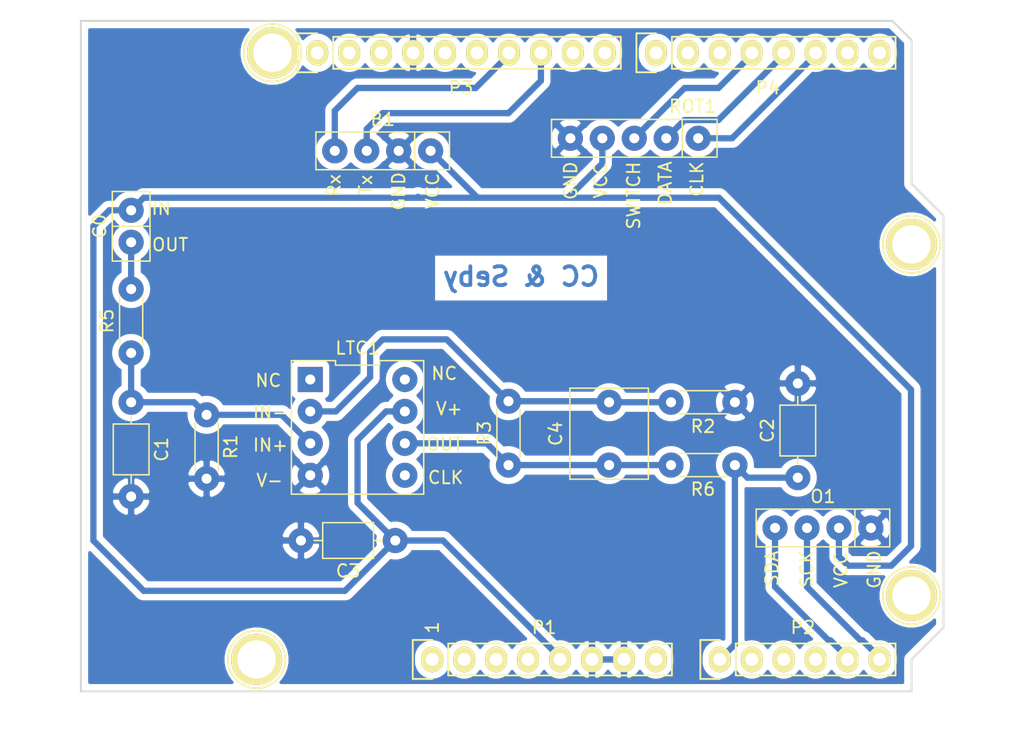
<source format=kicad_pcb>
(kicad_pcb (version 20171130) (host pcbnew "(5.1.2)-2")

  (general
    (thickness 1.6)
    (drawings 28)
    (tracks 93)
    (zones 0)
    (modules 22)
    (nets 42)
  )

  (page A4)
  (title_block
    (date "lun. 30 mars 2015")
  )

  (layers
    (0 F.Cu signal)
    (31 B.Cu signal)
    (32 B.Adhes user)
    (33 F.Adhes user)
    (34 B.Paste user)
    (35 F.Paste user)
    (36 B.SilkS user)
    (37 F.SilkS user)
    (38 B.Mask user)
    (39 F.Mask user)
    (40 Dwgs.User user)
    (41 Cmts.User user)
    (42 Eco1.User user)
    (43 Eco2.User user)
    (44 Edge.Cuts user)
    (45 Margin user)
    (46 B.CrtYd user)
    (47 F.CrtYd user)
    (48 B.Fab user)
    (49 F.Fab user)
  )

  (setup
    (last_trace_width 0.5)
    (trace_clearance 0.2)
    (zone_clearance 0.508)
    (zone_45_only no)
    (trace_min 0.2)
    (via_size 0.6)
    (via_drill 0.4)
    (via_min_size 0.4)
    (via_min_drill 0.3)
    (uvia_size 0.3)
    (uvia_drill 0.1)
    (uvias_allowed no)
    (uvia_min_size 0.2)
    (uvia_min_drill 0.1)
    (edge_width 0.15)
    (segment_width 0.15)
    (pcb_text_width 0.3)
    (pcb_text_size 1.5 1.5)
    (mod_edge_width 0.15)
    (mod_text_size 1 1)
    (mod_text_width 0.15)
    (pad_size 2 2)
    (pad_drill 0.8)
    (pad_to_mask_clearance 0)
    (aux_axis_origin 110.998 126.365)
    (grid_origin 110.998 126.365)
    (visible_elements 7FFFFFFF)
    (pcbplotparams
      (layerselection 0x00020_fffffffe)
      (usegerberextensions false)
      (usegerberattributes false)
      (usegerberadvancedattributes false)
      (creategerberjobfile false)
      (excludeedgelayer true)
      (linewidth 0.100000)
      (plotframeref false)
      (viasonmask false)
      (mode 1)
      (useauxorigin false)
      (hpglpennumber 1)
      (hpglpenspeed 20)
      (hpglpendiameter 15.000000)
      (psnegative false)
      (psa4output false)
      (plotreference true)
      (plotvalue true)
      (plotinvisibletext false)
      (padsonsilk false)
      (subtractmaskfromsilk false)
      (outputformat 4)
      (mirror false)
      (drillshape 0)
      (scaleselection 1)
      (outputdirectory "Fichiers à communiquer/"))
  )

  (net 0 "")
  (net 1 /IOREF)
  (net 2 /Reset)
  (net 3 +5V)
  (net 4 GND)
  (net 5 /Vin)
  (net 6 /A1)
  (net 7 /A2)
  (net 8 /A3)
  (net 9 /AREF)
  (net 10 "/9(**)")
  (net 11 /8)
  (net 12 /7)
  (net 13 "/6(**)")
  (net 14 "/5(**)")
  (net 15 "/1(Tx)")
  (net 16 "/0(Rx)")
  (net 17 "Net-(P5-Pad1)")
  (net 18 "Net-(P6-Pad1)")
  (net 19 "Net-(P7-Pad1)")
  (net 20 "Net-(P8-Pad1)")
  (net 21 "/13(SCK)")
  (net 22 "Net-(P1-Pad1)")
  (net 23 "/12(MISO)")
  (net 24 Tx)
  (net 25 Rx)
  (net 26 "Net-(C0-Pad2)")
  (net 27 IN+)
  (net 28 ADC)
  (net 29 IN-)
  (net 30 "Net-(C4-Pad1)")
  (net 31 "Net-(LTC1-Pad5)")
  (net 32 "Net-(LTC1-Pad1)")
  (net 33 "Net-(LTC1-Pad8)")
  (net 34 SDA)
  (net 35 SCK)
  (net 36 "Net-(P1-Pad4)")
  (net 37 "Net-(P3-Pad1)")
  (net 38 "Net-(P3-Pad2)")
  (net 39 DATA)
  (net 40 SWITCH)
  (net 41 CLK)

  (net_class Default "This is the default net class."
    (clearance 0.2)
    (trace_width 0.5)
    (via_dia 0.6)
    (via_drill 0.4)
    (uvia_dia 0.3)
    (uvia_drill 0.1)
    (add_net +5V)
    (add_net "/0(Rx)")
    (add_net "/1(Tx)")
    (add_net "/12(MISO)")
    (add_net "/13(SCK)")
    (add_net "/5(**)")
    (add_net "/6(**)")
    (add_net /7)
    (add_net /8)
    (add_net "/9(**)")
    (add_net /A1)
    (add_net /A2)
    (add_net /A3)
    (add_net /AREF)
    (add_net /IOREF)
    (add_net /Reset)
    (add_net /Vin)
    (add_net ADC)
    (add_net CLK)
    (add_net DATA)
    (add_net GND)
    (add_net IN+)
    (add_net IN-)
    (add_net "Net-(C0-Pad2)")
    (add_net "Net-(C4-Pad1)")
    (add_net "Net-(LTC1-Pad1)")
    (add_net "Net-(LTC1-Pad5)")
    (add_net "Net-(LTC1-Pad8)")
    (add_net "Net-(P1-Pad1)")
    (add_net "Net-(P1-Pad4)")
    (add_net "Net-(P3-Pad1)")
    (add_net "Net-(P3-Pad2)")
    (add_net "Net-(P5-Pad1)")
    (add_net "Net-(P6-Pad1)")
    (add_net "Net-(P7-Pad1)")
    (add_net "Net-(P8-Pad1)")
    (add_net Rx)
    (add_net SCK)
    (add_net SDA)
    (add_net SWITCH)
    (add_net Tx)
  )

  (module Capacitor_THT:C_Axial_L3.8mm_D2.6mm_P7.50mm_Horizontal (layer F.Cu) (tedit 604248FB) (tstamp 60424671)
    (at 135.998 114.365 180)
    (descr "C, Axial series, Axial, Horizontal, pin pitch=7.5mm, , length*diameter=3.8*2.6mm^2, http://www.vishay.com/docs/45231/arseries.pdf")
    (tags "C Axial series Axial Horizontal pin pitch 7.5mm  length 3.8mm diameter 2.6mm")
    (path /60440B4D)
    (fp_text reference C3 (at 3.75 -2.42) (layer F.SilkS)
      (effects (font (size 1 1) (thickness 0.15)))
    )
    (fp_text value 100n (at 3.75 2.42) (layer F.Fab)
      (effects (font (size 1 1) (thickness 0.15)))
    )
    (fp_text user %R (at 3.75 0) (layer F.Fab)
      (effects (font (size 0.76 0.76) (thickness 0.114)))
    )
    (fp_line (start 8.55 -1.55) (end -1.05 -1.55) (layer F.CrtYd) (width 0.05))
    (fp_line (start 8.55 1.55) (end 8.55 -1.55) (layer F.CrtYd) (width 0.05))
    (fp_line (start -1.05 1.55) (end 8.55 1.55) (layer F.CrtYd) (width 0.05))
    (fp_line (start -1.05 -1.55) (end -1.05 1.55) (layer F.CrtYd) (width 0.05))
    (fp_line (start 6.46 0) (end 5.77 0) (layer F.SilkS) (width 0.12))
    (fp_line (start 1.04 0) (end 1.73 0) (layer F.SilkS) (width 0.12))
    (fp_line (start 5.77 -1.42) (end 1.73 -1.42) (layer F.SilkS) (width 0.12))
    (fp_line (start 5.77 1.42) (end 5.77 -1.42) (layer F.SilkS) (width 0.12))
    (fp_line (start 1.73 1.42) (end 5.77 1.42) (layer F.SilkS) (width 0.12))
    (fp_line (start 1.73 -1.42) (end 1.73 1.42) (layer F.SilkS) (width 0.12))
    (fp_line (start 7.5 0) (end 5.65 0) (layer F.Fab) (width 0.1))
    (fp_line (start 0 0) (end 1.85 0) (layer F.Fab) (width 0.1))
    (fp_line (start 5.65 -1.3) (end 1.85 -1.3) (layer F.Fab) (width 0.1))
    (fp_line (start 5.65 1.3) (end 5.65 -1.3) (layer F.Fab) (width 0.1))
    (fp_line (start 1.85 1.3) (end 5.65 1.3) (layer F.Fab) (width 0.1))
    (fp_line (start 1.85 -1.3) (end 1.85 1.3) (layer F.Fab) (width 0.1))
    (pad 2 thru_hole oval (at 7.5 0 180) (size 2 2) (drill 0.8) (layers *.Cu *.Mask)
      (net 4 GND))
    (pad 1 thru_hole circle (at 0 0 180) (size 2 2) (drill 0.8) (layers *.Cu *.Mask)
      (net 3 +5V))
    (model ${KISYS3DMOD}/Capacitor_THT.3dshapes/C_Axial_L3.8mm_D2.6mm_P7.50mm_Horizontal.wrl
      (at (xyz 0 0 0))
      (scale (xyz 1 1 1))
      (rotate (xyz 0 0 0))
    )
  )

  (module CC_&_Seby:Encodeur (layer F.Cu) (tedit 6041EFBB) (tstamp 60424807)
    (at 154.998 82.365 180)
    (path /6049E1D4)
    (fp_text reference ROT1 (at -4.64 2.54) (layer F.SilkS)
      (effects (font (size 1 1) (thickness 0.15)))
    )
    (fp_text value Encodeur (at 3.36 2.59) (layer F.Fab)
      (effects (font (size 1 1) (thickness 0.15)))
    )
    (fp_text user GND (at 5.06 -3.38 90) (layer F.SilkS)
      (effects (font (size 1 1) (thickness 0.15)))
    )
    (fp_text user VCC (at 2.67 -3.35 90) (layer F.SilkS)
      (effects (font (size 1 1) (thickness 0.15)))
    )
    (fp_text user SWITCH (at 0.05 -4.56 90) (layer F.SilkS)
      (effects (font (size 1 1) (thickness 0.15)))
    )
    (fp_text user DATA (at -2.46 -3.58 90) (layer F.SilkS)
      (effects (font (size 1 1) (thickness 0.15)))
    )
    (fp_text user CLK (at -4.97 -3.25 90) (layer F.SilkS)
      (effects (font (size 1 1) (thickness 0.15)))
    )
    (fp_line (start -6.33 1.25) (end -6.33 -1.25) (layer F.CrtYd) (width 0.05))
    (fp_line (start 6.33 1.25) (end -6.33 1.25) (layer F.CrtYd) (width 0.05))
    (fp_line (start 6.33 -1.25) (end 6.33 1.25) (layer F.CrtYd) (width 0.05))
    (fp_line (start -6.33 -1.25) (end 6.33 -1.25) (layer F.CrtYd) (width 0.05))
    (fp_line (start -3.81 -1.5) (end -3.81 1.5) (layer F.SilkS) (width 0.12))
    (fp_line (start -6.58 1.5) (end -6.58 -1.5) (layer F.SilkS) (width 0.12))
    (fp_line (start 6.58 1.5) (end -6.58 1.5) (layer F.SilkS) (width 0.12))
    (fp_line (start 6.58 -1.5) (end 6.58 1.5) (layer F.SilkS) (width 0.12))
    (fp_line (start -6.58 -1.5) (end 6.58 -1.5) (layer F.SilkS) (width 0.12))
    (pad 5 thru_hole circle (at 5.08 0 180) (size 2 2) (drill 0.8) (layers *.Cu *.Mask)
      (net 4 GND))
    (pad 4 thru_hole circle (at 2.54 0 180) (size 2 2) (drill 0.8) (layers *.Cu *.Mask)
      (net 3 +5V))
    (pad 3 thru_hole circle (at 0 0 180) (size 2 2) (drill 0.8) (layers *.Cu *.Mask)
      (net 40 SWITCH))
    (pad 2 thru_hole circle (at -2.54 0 180) (size 2 2) (drill 0.8) (layers *.Cu *.Mask)
      (net 39 DATA))
    (pad 1 thru_hole circle (at -5.08 0 180) (size 2 2) (drill 0.8) (layers *.Cu *.Mask)
      (net 41 CLK))
  )

  (module Resistor_THT:R_Axial_DIN0204_L3.6mm_D1.6mm_P5.08mm_Horizontal (layer F.Cu) (tedit 60424928) (tstamp 604247F0)
    (at 162.998 108.365 180)
    (descr "Resistor, Axial_DIN0204 series, Axial, Horizontal, pin pitch=5.08mm, 0.167W, length*diameter=3.6*1.6mm^2, http://cdn-reichelt.de/documents/datenblatt/B400/1_4W%23YAG.pdf")
    (tags "Resistor Axial_DIN0204 series Axial Horizontal pin pitch 5.08mm 0.167W length 3.6mm diameter 1.6mm")
    (path /6043100A)
    (fp_text reference R6 (at 2.54 -1.92) (layer F.SilkS)
      (effects (font (size 1 1) (thickness 0.15)))
    )
    (fp_text value 1k (at 2.54 1.92) (layer F.Fab)
      (effects (font (size 1 1) (thickness 0.15)))
    )
    (fp_text user %R (at 2.54 0) (layer F.Fab)
      (effects (font (size 0.72 0.72) (thickness 0.108)))
    )
    (fp_line (start 6.03 -1.05) (end -0.95 -1.05) (layer F.CrtYd) (width 0.05))
    (fp_line (start 6.03 1.05) (end 6.03 -1.05) (layer F.CrtYd) (width 0.05))
    (fp_line (start -0.95 1.05) (end 6.03 1.05) (layer F.CrtYd) (width 0.05))
    (fp_line (start -0.95 -1.05) (end -0.95 1.05) (layer F.CrtYd) (width 0.05))
    (fp_line (start 0.62 0.92) (end 4.46 0.92) (layer F.SilkS) (width 0.12))
    (fp_line (start 0.62 -0.92) (end 4.46 -0.92) (layer F.SilkS) (width 0.12))
    (fp_line (start 5.08 0) (end 4.34 0) (layer F.Fab) (width 0.1))
    (fp_line (start 0 0) (end 0.74 0) (layer F.Fab) (width 0.1))
    (fp_line (start 4.34 -0.8) (end 0.74 -0.8) (layer F.Fab) (width 0.1))
    (fp_line (start 4.34 0.8) (end 4.34 -0.8) (layer F.Fab) (width 0.1))
    (fp_line (start 0.74 0.8) (end 4.34 0.8) (layer F.Fab) (width 0.1))
    (fp_line (start 0.74 -0.8) (end 0.74 0.8) (layer F.Fab) (width 0.1))
    (pad 2 thru_hole oval (at 5.08 0 180) (size 2 2) (drill 0.8) (layers *.Cu *.Mask)
      (net 30 "Net-(C4-Pad1)"))
    (pad 1 thru_hole circle (at 0 0 180) (size 2 2) (drill 0.8) (layers *.Cu *.Mask)
      (net 28 ADC))
    (model ${KISYS3DMOD}/Resistor_THT.3dshapes/R_Axial_DIN0204_L3.6mm_D1.6mm_P5.08mm_Horizontal.wrl
      (at (xyz 0 0 0))
      (scale (xyz 1 1 1))
      (rotate (xyz 0 0 0))
    )
  )

  (module Resistor_THT:R_Axial_DIN0204_L3.6mm_D1.6mm_P5.08mm_Horizontal (layer F.Cu) (tedit 60424894) (tstamp 604247DD)
    (at 114.998 99.445 90)
    (descr "Resistor, Axial_DIN0204 series, Axial, Horizontal, pin pitch=5.08mm, 0.167W, length*diameter=3.6*1.6mm^2, http://cdn-reichelt.de/documents/datenblatt/B400/1_4W%23YAG.pdf")
    (tags "Resistor Axial_DIN0204 series Axial Horizontal pin pitch 5.08mm 0.167W length 3.6mm diameter 1.6mm")
    (path /60424DD8)
    (fp_text reference R5 (at 2.54 -1.92 90) (layer F.SilkS)
      (effects (font (size 1 1) (thickness 0.15)))
    )
    (fp_text value 10k (at 2.54 1.92 90) (layer F.Fab)
      (effects (font (size 1 1) (thickness 0.15)))
    )
    (fp_text user %R (at 2.54 0 90) (layer F.Fab)
      (effects (font (size 0.72 0.72) (thickness 0.108)))
    )
    (fp_line (start 6.03 -1.05) (end -0.95 -1.05) (layer F.CrtYd) (width 0.05))
    (fp_line (start 6.03 1.05) (end 6.03 -1.05) (layer F.CrtYd) (width 0.05))
    (fp_line (start -0.95 1.05) (end 6.03 1.05) (layer F.CrtYd) (width 0.05))
    (fp_line (start -0.95 -1.05) (end -0.95 1.05) (layer F.CrtYd) (width 0.05))
    (fp_line (start 0.62 0.92) (end 4.46 0.92) (layer F.SilkS) (width 0.12))
    (fp_line (start 0.62 -0.92) (end 4.46 -0.92) (layer F.SilkS) (width 0.12))
    (fp_line (start 5.08 0) (end 4.34 0) (layer F.Fab) (width 0.1))
    (fp_line (start 0 0) (end 0.74 0) (layer F.Fab) (width 0.1))
    (fp_line (start 4.34 -0.8) (end 0.74 -0.8) (layer F.Fab) (width 0.1))
    (fp_line (start 4.34 0.8) (end 4.34 -0.8) (layer F.Fab) (width 0.1))
    (fp_line (start 0.74 0.8) (end 4.34 0.8) (layer F.Fab) (width 0.1))
    (fp_line (start 0.74 -0.8) (end 0.74 0.8) (layer F.Fab) (width 0.1))
    (pad 2 thru_hole oval (at 5.08 0 90) (size 2 2) (drill 0.8) (layers *.Cu *.Mask)
      (net 26 "Net-(C0-Pad2)"))
    (pad 1 thru_hole circle (at 0 0 90) (size 2 2) (drill 0.8) (layers *.Cu *.Mask)
      (net 27 IN+))
    (model ${KISYS3DMOD}/Resistor_THT.3dshapes/R_Axial_DIN0204_L3.6mm_D1.6mm_P5.08mm_Horizontal.wrl
      (at (xyz 0 0 0))
      (scale (xyz 1 1 1))
      (rotate (xyz 0 0 0))
    )
  )

  (module Resistor_THT:R_Axial_DIN0204_L3.6mm_D1.6mm_P5.08mm_Horizontal (layer F.Cu) (tedit 604248E9) (tstamp 604247CA)
    (at 144.998 108.365 90)
    (descr "Resistor, Axial_DIN0204 series, Axial, Horizontal, pin pitch=5.08mm, 0.167W, length*diameter=3.6*1.6mm^2, http://cdn-reichelt.de/documents/datenblatt/B400/1_4W%23YAG.pdf")
    (tags "Resistor Axial_DIN0204 series Axial Horizontal pin pitch 5.08mm 0.167W length 3.6mm diameter 1.6mm")
    (path /60430579)
    (fp_text reference R3 (at 2.54 -1.92 90) (layer F.SilkS)
      (effects (font (size 1 1) (thickness 0.15)))
    )
    (fp_text value 100k (at 2.54 1.92 90) (layer F.Fab)
      (effects (font (size 1 1) (thickness 0.15)))
    )
    (fp_text user %R (at 2.54 0 90) (layer F.Fab)
      (effects (font (size 0.72 0.72) (thickness 0.108)))
    )
    (fp_line (start 6.03 -1.05) (end -0.95 -1.05) (layer F.CrtYd) (width 0.05))
    (fp_line (start 6.03 1.05) (end 6.03 -1.05) (layer F.CrtYd) (width 0.05))
    (fp_line (start -0.95 1.05) (end 6.03 1.05) (layer F.CrtYd) (width 0.05))
    (fp_line (start -0.95 -1.05) (end -0.95 1.05) (layer F.CrtYd) (width 0.05))
    (fp_line (start 0.62 0.92) (end 4.46 0.92) (layer F.SilkS) (width 0.12))
    (fp_line (start 0.62 -0.92) (end 4.46 -0.92) (layer F.SilkS) (width 0.12))
    (fp_line (start 5.08 0) (end 4.34 0) (layer F.Fab) (width 0.1))
    (fp_line (start 0 0) (end 0.74 0) (layer F.Fab) (width 0.1))
    (fp_line (start 4.34 -0.8) (end 0.74 -0.8) (layer F.Fab) (width 0.1))
    (fp_line (start 4.34 0.8) (end 4.34 -0.8) (layer F.Fab) (width 0.1))
    (fp_line (start 0.74 0.8) (end 4.34 0.8) (layer F.Fab) (width 0.1))
    (fp_line (start 0.74 -0.8) (end 0.74 0.8) (layer F.Fab) (width 0.1))
    (pad 2 thru_hole oval (at 5.08 0 90) (size 2 2) (drill 0.8) (layers *.Cu *.Mask)
      (net 29 IN-))
    (pad 1 thru_hole circle (at 0 0 90) (size 2 2) (drill 0.8) (layers *.Cu *.Mask)
      (net 30 "Net-(C4-Pad1)"))
    (model ${KISYS3DMOD}/Resistor_THT.3dshapes/R_Axial_DIN0204_L3.6mm_D1.6mm_P5.08mm_Horizontal.wrl
      (at (xyz 0 0 0))
      (scale (xyz 1 1 1))
      (rotate (xyz 0 0 0))
    )
  )

  (module Resistor_THT:R_Axial_DIN0204_L3.6mm_D1.6mm_P5.08mm_Horizontal (layer F.Cu) (tedit 60424911) (tstamp 604247B7)
    (at 162.998 103.365 180)
    (descr "Resistor, Axial_DIN0204 series, Axial, Horizontal, pin pitch=5.08mm, 0.167W, length*diameter=3.6*1.6mm^2, http://cdn-reichelt.de/documents/datenblatt/B400/1_4W%23YAG.pdf")
    (tags "Resistor Axial_DIN0204 series Axial Horizontal pin pitch 5.08mm 0.167W length 3.6mm diameter 1.6mm")
    (path /60437170)
    (fp_text reference R2 (at 2.54 -1.92) (layer F.SilkS)
      (effects (font (size 1 1) (thickness 0.15)))
    )
    (fp_text value 1k (at 2.54 1.92) (layer F.Fab)
      (effects (font (size 1 1) (thickness 0.15)))
    )
    (fp_text user %R (at 2.54 0) (layer F.Fab)
      (effects (font (size 0.72 0.72) (thickness 0.108)))
    )
    (fp_line (start 6.03 -1.05) (end -0.95 -1.05) (layer F.CrtYd) (width 0.05))
    (fp_line (start 6.03 1.05) (end 6.03 -1.05) (layer F.CrtYd) (width 0.05))
    (fp_line (start -0.95 1.05) (end 6.03 1.05) (layer F.CrtYd) (width 0.05))
    (fp_line (start -0.95 -1.05) (end -0.95 1.05) (layer F.CrtYd) (width 0.05))
    (fp_line (start 0.62 0.92) (end 4.46 0.92) (layer F.SilkS) (width 0.12))
    (fp_line (start 0.62 -0.92) (end 4.46 -0.92) (layer F.SilkS) (width 0.12))
    (fp_line (start 5.08 0) (end 4.34 0) (layer F.Fab) (width 0.1))
    (fp_line (start 0 0) (end 0.74 0) (layer F.Fab) (width 0.1))
    (fp_line (start 4.34 -0.8) (end 0.74 -0.8) (layer F.Fab) (width 0.1))
    (fp_line (start 4.34 0.8) (end 4.34 -0.8) (layer F.Fab) (width 0.1))
    (fp_line (start 0.74 0.8) (end 4.34 0.8) (layer F.Fab) (width 0.1))
    (fp_line (start 0.74 -0.8) (end 0.74 0.8) (layer F.Fab) (width 0.1))
    (pad 2 thru_hole oval (at 5.08 0 180) (size 2 2) (drill 0.8) (layers *.Cu *.Mask)
      (net 29 IN-))
    (pad 1 thru_hole circle (at 0 0 180) (size 2 2) (drill 0.8) (layers *.Cu *.Mask)
      (net 4 GND))
    (model ${KISYS3DMOD}/Resistor_THT.3dshapes/R_Axial_DIN0204_L3.6mm_D1.6mm_P5.08mm_Horizontal.wrl
      (at (xyz 0 0 0))
      (scale (xyz 1 1 1))
      (rotate (xyz 0 0 0))
    )
  )

  (module Resistor_THT:R_Axial_DIN0204_L3.6mm_D1.6mm_P5.08mm_Horizontal (layer F.Cu) (tedit 604248B1) (tstamp 604247A4)
    (at 120.998 104.365 270)
    (descr "Resistor, Axial_DIN0204 series, Axial, Horizontal, pin pitch=5.08mm, 0.167W, length*diameter=3.6*1.6mm^2, http://cdn-reichelt.de/documents/datenblatt/B400/1_4W%23YAG.pdf")
    (tags "Resistor Axial_DIN0204 series Axial Horizontal pin pitch 5.08mm 0.167W length 3.6mm diameter 1.6mm")
    (path /60428E49)
    (fp_text reference R1 (at 2.54 -1.92 90) (layer F.SilkS)
      (effects (font (size 1 1) (thickness 0.15)))
    )
    (fp_text value 100k (at 2.54 1.92 90) (layer F.Fab)
      (effects (font (size 1 1) (thickness 0.15)))
    )
    (fp_text user %R (at 2.54 0 90) (layer F.Fab)
      (effects (font (size 0.72 0.72) (thickness 0.108)))
    )
    (fp_line (start 6.03 -1.05) (end -0.95 -1.05) (layer F.CrtYd) (width 0.05))
    (fp_line (start 6.03 1.05) (end 6.03 -1.05) (layer F.CrtYd) (width 0.05))
    (fp_line (start -0.95 1.05) (end 6.03 1.05) (layer F.CrtYd) (width 0.05))
    (fp_line (start -0.95 -1.05) (end -0.95 1.05) (layer F.CrtYd) (width 0.05))
    (fp_line (start 0.62 0.92) (end 4.46 0.92) (layer F.SilkS) (width 0.12))
    (fp_line (start 0.62 -0.92) (end 4.46 -0.92) (layer F.SilkS) (width 0.12))
    (fp_line (start 5.08 0) (end 4.34 0) (layer F.Fab) (width 0.1))
    (fp_line (start 0 0) (end 0.74 0) (layer F.Fab) (width 0.1))
    (fp_line (start 4.34 -0.8) (end 0.74 -0.8) (layer F.Fab) (width 0.1))
    (fp_line (start 4.34 0.8) (end 4.34 -0.8) (layer F.Fab) (width 0.1))
    (fp_line (start 0.74 0.8) (end 4.34 0.8) (layer F.Fab) (width 0.1))
    (fp_line (start 0.74 -0.8) (end 0.74 0.8) (layer F.Fab) (width 0.1))
    (pad 2 thru_hole oval (at 5.08 0 270) (size 2 2) (drill 0.8) (layers *.Cu *.Mask)
      (net 4 GND))
    (pad 1 thru_hole circle (at 0 0 270) (size 2 2) (drill 0.8) (layers *.Cu *.Mask)
      (net 27 IN+))
    (model ${KISYS3DMOD}/Resistor_THT.3dshapes/R_Axial_DIN0204_L3.6mm_D1.6mm_P5.08mm_Horizontal.wrl
      (at (xyz 0 0 0))
      (scale (xyz 1 1 1))
      (rotate (xyz 0 0 0))
    )
  )

  (module CC_&_Seby:OLED (layer F.Cu) (tedit 6041EAA2) (tstamp 604246B9)
    (at 169.998 113.365 180)
    (path /604518A2)
    (fp_text reference O1 (at 0 2.5) (layer F.SilkS)
      (effects (font (size 1 1) (thickness 0.15)))
    )
    (fp_text value OLED (at -0.12 -5.45) (layer F.Fab)
      (effects (font (size 1 1) (thickness 0.15)))
    )
    (fp_text user SDA (at 4.05 -3.23 90) (layer F.SilkS)
      (effects (font (size 1 1) (thickness 0.15)))
    )
    (fp_text user SCK (at 1.3 -3.29 90) (layer F.SilkS)
      (effects (font (size 1 1) (thickness 0.15)))
    )
    (fp_text user VCC (at -1.43 -3.34 90) (layer F.SilkS)
      (effects (font (size 1 1) (thickness 0.15)))
    )
    (fp_text user GND (at -4.07 -3.31 90) (layer F.SilkS)
      (effects (font (size 1 1) (thickness 0.15)))
    )
    (fp_line (start -5.06 1.25) (end -5.06 -1.25) (layer F.CrtYd) (width 0.05))
    (fp_line (start 5.06 1.25) (end -5.06 1.25) (layer F.CrtYd) (width 0.05))
    (fp_line (start 5.06 -1.25) (end 5.06 1.25) (layer F.CrtYd) (width 0.05))
    (fp_line (start -5.06 -1.25) (end 5.06 -1.25) (layer F.CrtYd) (width 0.05))
    (fp_line (start -2.54 -1.5) (end -2.54 1.5) (layer F.SilkS) (width 0.12))
    (fp_line (start -5.31 1.5) (end -5.31 -1.5) (layer F.SilkS) (width 0.12))
    (fp_line (start 5.31 1.5) (end -5.31 1.5) (layer F.SilkS) (width 0.12))
    (fp_line (start 5.31 -1.5) (end 5.31 1.5) (layer F.SilkS) (width 0.12))
    (fp_line (start -5.31 -1.5) (end 5.31 -1.5) (layer F.SilkS) (width 0.12))
    (pad 4 thru_hole circle (at 3.81 0 180) (size 2 2) (drill 0.8) (layers *.Cu *.Mask)
      (net 34 SDA))
    (pad 3 thru_hole circle (at 1.27 0 180) (size 2 2) (drill 0.8) (layers *.Cu *.Mask)
      (net 35 SCK))
    (pad 2 thru_hole circle (at -1.27 0 180) (size 2 2) (drill 0.8) (layers *.Cu *.Mask)
      (net 3 +5V))
    (pad 1 thru_hole circle (at -3.81 0 180) (size 2 2) (drill 0.8) (layers *.Cu *.Mask)
      (net 4 GND))
  )

  (module CC_&_Seby:LTC1050 (layer F.Cu) (tedit 604202B5) (tstamp 604246A4)
    (at 132.998 105.365 270)
    (path /60422421)
    (fp_text reference LTC1 (at -6.31 0) (layer F.SilkS)
      (effects (font (size 1 1) (thickness 0.15)))
    )
    (fp_text value LTC1050 (at 0 0 90) (layer F.Fab)
      (effects (font (size 1 1) (thickness 0.15)))
    )
    (fp_text user NC (at -4.29 -6.89) (layer F.SilkS)
      (effects (font (size 1 1) (thickness 0.15)))
    )
    (fp_text user V+ (at -1.49 -7.28) (layer F.SilkS)
      (effects (font (size 1 1) (thickness 0.15)))
    )
    (fp_text user OUT (at 1.34 -6.93) (layer F.SilkS)
      (effects (font (size 1 1) (thickness 0.15)))
    )
    (fp_text user CLK (at 3.99 -7) (layer F.SilkS)
      (effects (font (size 1 1) (thickness 0.15)))
    )
    (fp_text user V- (at 4.22 6.99) (layer F.SilkS)
      (effects (font (size 1 1) (thickness 0.15)))
    )
    (fp_text user IN+ (at 1.41 6.93) (layer F.SilkS)
      (effects (font (size 1 1) (thickness 0.15)))
    )
    (fp_text user IN- (at -1.19 6.93) (layer F.SilkS)
      (effects (font (size 1 1) (thickness 0.15)))
    )
    (fp_text user NC (at -3.73 7.1) (layer F.SilkS)
      (effects (font (size 1 1) (thickness 0.15)))
    )
    (fp_line (start -5.06 5.01) (end -5.06 -5.01) (layer F.CrtYd) (width 0.05))
    (fp_line (start 5.06 5.01) (end -5.06 5.01) (layer F.CrtYd) (width 0.05))
    (fp_line (start 5.06 -5.01) (end 5.06 5.01) (layer F.CrtYd) (width 0.05))
    (fp_line (start -5.06 -5.01) (end 5.06 -5.01) (layer F.CrtYd) (width 0.05))
    (fp_line (start -5.31 1.753333) (end -5.31 5.26) (layer F.SilkS) (width 0.12))
    (fp_line (start -4.95 1.753333) (end -5.31 1.753333) (layer F.SilkS) (width 0.12))
    (fp_line (start -4.95 -1.753333) (end -4.95 1.753333) (layer F.SilkS) (width 0.12))
    (fp_line (start -5.31 -1.753333) (end -4.95 -1.753333) (layer F.SilkS) (width 0.12))
    (fp_line (start -5.31 -5.26) (end -5.31 -1.753333) (layer F.SilkS) (width 0.12))
    (fp_line (start 5.31 -5.26) (end -5.31 -5.26) (layer F.SilkS) (width 0.12))
    (fp_line (start 5.31 5.26) (end 5.31 -5.26) (layer F.SilkS) (width 0.12))
    (fp_line (start -5.31 5.26) (end 5.31 5.26) (layer F.SilkS) (width 0.12))
    (pad 4 thru_hole circle (at 3.81 3.76 270) (size 2 2) (drill 0.8) (layers *.Cu *.Mask)
      (net 4 GND))
    (pad 5 thru_hole circle (at 3.81 -3.76 270) (size 2 2) (drill 0.8) (layers *.Cu *.Mask)
      (net 31 "Net-(LTC1-Pad5)"))
    (pad 3 thru_hole circle (at 1.27 3.76 270) (size 2 2) (drill 0.8) (layers *.Cu *.Mask)
      (net 27 IN+))
    (pad 6 thru_hole circle (at 1.27 -3.76 270) (size 2 2) (drill 0.8) (layers *.Cu *.Mask)
      (net 30 "Net-(C4-Pad1)"))
    (pad 2 thru_hole circle (at -1.27 3.76 270) (size 2 2) (drill 0.8) (layers *.Cu *.Mask)
      (net 29 IN-))
    (pad 7 thru_hole circle (at -1.27 -3.76 270) (size 2 2) (drill 0.8) (layers *.Cu *.Mask)
      (net 3 +5V))
    (pad 1 thru_hole rect (at -3.81 3.76 270) (size 2 2) (drill 0.8) (layers *.Cu *.Mask)
      (net 32 "Net-(LTC1-Pad1)"))
    (pad 8 thru_hole circle (at -3.81 -3.76 270) (size 2 2) (drill 0.8) (layers *.Cu *.Mask)
      (net 33 "Net-(LTC1-Pad8)"))
  )

  (module Capacitor_THT:C_Rect_L7.0mm_W6.0mm_P5.00mm (layer F.Cu) (tedit 60424948) (tstamp 60424684)
    (at 152.998 108.365 90)
    (descr "C, Rect series, Radial, pin pitch=5.00mm, , length*width=7*6mm^2, Capacitor")
    (tags "C Rect series Radial pin pitch 5.00mm  length 7mm width 6mm Capacitor")
    (path /6043193C)
    (fp_text reference C4 (at 2.5 -4.25 90) (layer F.SilkS)
      (effects (font (size 1 1) (thickness 0.15)))
    )
    (fp_text value 1u (at 2.5 4.25 90) (layer F.Fab)
      (effects (font (size 1 1) (thickness 0.15)))
    )
    (fp_text user %R (at 2.5 0 90) (layer F.Fab)
      (effects (font (size 1 1) (thickness 0.15)))
    )
    (fp_line (start 6.25 -3.25) (end -1.25 -3.25) (layer F.CrtYd) (width 0.05))
    (fp_line (start 6.25 3.25) (end 6.25 -3.25) (layer F.CrtYd) (width 0.05))
    (fp_line (start -1.25 3.25) (end 6.25 3.25) (layer F.CrtYd) (width 0.05))
    (fp_line (start -1.25 -3.25) (end -1.25 3.25) (layer F.CrtYd) (width 0.05))
    (fp_line (start 6.12 -3.12) (end 6.12 3.12) (layer F.SilkS) (width 0.12))
    (fp_line (start -1.12 -3.12) (end -1.12 3.12) (layer F.SilkS) (width 0.12))
    (fp_line (start -1.12 3.12) (end 6.12 3.12) (layer F.SilkS) (width 0.12))
    (fp_line (start -1.12 -3.12) (end 6.12 -3.12) (layer F.SilkS) (width 0.12))
    (fp_line (start 6 -3) (end -1 -3) (layer F.Fab) (width 0.1))
    (fp_line (start 6 3) (end 6 -3) (layer F.Fab) (width 0.1))
    (fp_line (start -1 3) (end 6 3) (layer F.Fab) (width 0.1))
    (fp_line (start -1 -3) (end -1 3) (layer F.Fab) (width 0.1))
    (pad 2 thru_hole circle (at 5 0 90) (size 2 2) (drill 0.8) (layers *.Cu *.Mask)
      (net 29 IN-))
    (pad 1 thru_hole circle (at 0 0 90) (size 2 2) (drill 0.8) (layers *.Cu *.Mask)
      (net 30 "Net-(C4-Pad1)"))
    (model ${KISYS3DMOD}/Capacitor_THT.3dshapes/C_Rect_L7.0mm_W6.0mm_P5.00mm.wrl
      (at (xyz 0 0 0))
      (scale (xyz 1 1 1))
      (rotate (xyz 0 0 0))
    )
  )

  (module Capacitor_THT:C_Axial_L3.8mm_D2.6mm_P7.50mm_Horizontal (layer F.Cu) (tedit 60424936) (tstamp 6042465A)
    (at 167.998 109.365 90)
    (descr "C, Axial series, Axial, Horizontal, pin pitch=7.5mm, , length*diameter=3.8*2.6mm^2, http://www.vishay.com/docs/45231/arseries.pdf")
    (tags "C Axial series Axial Horizontal pin pitch 7.5mm  length 3.8mm diameter 2.6mm")
    (path /60431F74)
    (fp_text reference C2 (at 3.75 -2.42 90) (layer F.SilkS)
      (effects (font (size 1 1) (thickness 0.15)))
    )
    (fp_text value 100n (at 3.75 2.42 90) (layer F.Fab)
      (effects (font (size 1 1) (thickness 0.15)))
    )
    (fp_text user %R (at 3.75 0 90) (layer F.Fab)
      (effects (font (size 0.76 0.76) (thickness 0.114)))
    )
    (fp_line (start 8.55 -1.55) (end -1.05 -1.55) (layer F.CrtYd) (width 0.05))
    (fp_line (start 8.55 1.55) (end 8.55 -1.55) (layer F.CrtYd) (width 0.05))
    (fp_line (start -1.05 1.55) (end 8.55 1.55) (layer F.CrtYd) (width 0.05))
    (fp_line (start -1.05 -1.55) (end -1.05 1.55) (layer F.CrtYd) (width 0.05))
    (fp_line (start 6.46 0) (end 5.77 0) (layer F.SilkS) (width 0.12))
    (fp_line (start 1.04 0) (end 1.73 0) (layer F.SilkS) (width 0.12))
    (fp_line (start 5.77 -1.42) (end 1.73 -1.42) (layer F.SilkS) (width 0.12))
    (fp_line (start 5.77 1.42) (end 5.77 -1.42) (layer F.SilkS) (width 0.12))
    (fp_line (start 1.73 1.42) (end 5.77 1.42) (layer F.SilkS) (width 0.12))
    (fp_line (start 1.73 -1.42) (end 1.73 1.42) (layer F.SilkS) (width 0.12))
    (fp_line (start 7.5 0) (end 5.65 0) (layer F.Fab) (width 0.1))
    (fp_line (start 0 0) (end 1.85 0) (layer F.Fab) (width 0.1))
    (fp_line (start 5.65 -1.3) (end 1.85 -1.3) (layer F.Fab) (width 0.1))
    (fp_line (start 5.65 1.3) (end 5.65 -1.3) (layer F.Fab) (width 0.1))
    (fp_line (start 1.85 1.3) (end 5.65 1.3) (layer F.Fab) (width 0.1))
    (fp_line (start 1.85 -1.3) (end 1.85 1.3) (layer F.Fab) (width 0.1))
    (pad 2 thru_hole oval (at 7.5 0 90) (size 2 2) (drill 0.8) (layers *.Cu *.Mask)
      (net 4 GND))
    (pad 1 thru_hole circle (at 0 0 90) (size 2 2) (drill 0.8) (layers *.Cu *.Mask)
      (net 28 ADC))
    (model ${KISYS3DMOD}/Capacitor_THT.3dshapes/C_Axial_L3.8mm_D2.6mm_P7.50mm_Horizontal.wrl
      (at (xyz 0 0 0))
      (scale (xyz 1 1 1))
      (rotate (xyz 0 0 0))
    )
  )

  (module Capacitor_THT:C_Axial_L3.8mm_D2.6mm_P7.50mm_Horizontal (layer F.Cu) (tedit 604248D4) (tstamp 60424643)
    (at 114.998 103.365 270)
    (descr "C, Axial series, Axial, Horizontal, pin pitch=7.5mm, , length*diameter=3.8*2.6mm^2, http://www.vishay.com/docs/45231/arseries.pdf")
    (tags "C Axial series Axial Horizontal pin pitch 7.5mm  length 3.8mm diameter 2.6mm")
    (path /6042978C)
    (fp_text reference C1 (at 3.75 -2.42 90) (layer F.SilkS)
      (effects (font (size 1 1) (thickness 0.15)))
    )
    (fp_text value 100n (at 3.75 2.42 90) (layer F.Fab)
      (effects (font (size 1 1) (thickness 0.15)))
    )
    (fp_text user %R (at 3.75 0 90) (layer F.Fab)
      (effects (font (size 0.76 0.76) (thickness 0.114)))
    )
    (fp_line (start 8.55 -1.55) (end -1.05 -1.55) (layer F.CrtYd) (width 0.05))
    (fp_line (start 8.55 1.55) (end 8.55 -1.55) (layer F.CrtYd) (width 0.05))
    (fp_line (start -1.05 1.55) (end 8.55 1.55) (layer F.CrtYd) (width 0.05))
    (fp_line (start -1.05 -1.55) (end -1.05 1.55) (layer F.CrtYd) (width 0.05))
    (fp_line (start 6.46 0) (end 5.77 0) (layer F.SilkS) (width 0.12))
    (fp_line (start 1.04 0) (end 1.73 0) (layer F.SilkS) (width 0.12))
    (fp_line (start 5.77 -1.42) (end 1.73 -1.42) (layer F.SilkS) (width 0.12))
    (fp_line (start 5.77 1.42) (end 5.77 -1.42) (layer F.SilkS) (width 0.12))
    (fp_line (start 1.73 1.42) (end 5.77 1.42) (layer F.SilkS) (width 0.12))
    (fp_line (start 1.73 -1.42) (end 1.73 1.42) (layer F.SilkS) (width 0.12))
    (fp_line (start 7.5 0) (end 5.65 0) (layer F.Fab) (width 0.1))
    (fp_line (start 0 0) (end 1.85 0) (layer F.Fab) (width 0.1))
    (fp_line (start 5.65 -1.3) (end 1.85 -1.3) (layer F.Fab) (width 0.1))
    (fp_line (start 5.65 1.3) (end 5.65 -1.3) (layer F.Fab) (width 0.1))
    (fp_line (start 1.85 1.3) (end 5.65 1.3) (layer F.Fab) (width 0.1))
    (fp_line (start 1.85 -1.3) (end 1.85 1.3) (layer F.Fab) (width 0.1))
    (pad 2 thru_hole oval (at 7.5 0 270) (size 2 2) (drill 0.8) (layers *.Cu *.Mask)
      (net 4 GND))
    (pad 1 thru_hole circle (at 0 0 270) (size 2 2) (drill 0.8) (layers *.Cu *.Mask)
      (net 27 IN+))
    (model ${KISYS3DMOD}/Capacitor_THT.3dshapes/C_Axial_L3.8mm_D2.6mm_P7.50mm_Horizontal.wrl
      (at (xyz 0 0 0))
      (scale (xyz 1 1 1))
      (rotate (xyz 0 0 0))
    )
  )

  (module CC_&_Seby:Capteur (layer F.Cu) (tedit 6041EDC5) (tstamp 6042462C)
    (at 114.998 89.365 270)
    (path /60476279)
    (fp_text reference C0 (at 0 2.5 90) (layer F.SilkS)
      (effects (font (size 1 1) (thickness 0.15)))
    )
    (fp_text value Capteur (at -0.17 -5.26 90) (layer F.Fab)
      (effects (font (size 1 1) (thickness 0.15)))
    )
    (fp_text user OUT (at 1.47 -3.1) (layer F.SilkS)
      (effects (font (size 1 1) (thickness 0.15)))
    )
    (fp_text user IN (at -1.42 -2.39) (layer F.SilkS)
      (effects (font (size 1 1) (thickness 0.15)))
    )
    (fp_line (start -2.52 1.25) (end -2.52 -1.25) (layer F.CrtYd) (width 0.05))
    (fp_line (start 2.52 1.25) (end -2.52 1.25) (layer F.CrtYd) (width 0.05))
    (fp_line (start 2.52 -1.25) (end 2.52 1.25) (layer F.CrtYd) (width 0.05))
    (fp_line (start -2.52 -1.25) (end 2.52 -1.25) (layer F.CrtYd) (width 0.05))
    (fp_line (start 0 -1.5) (end 0 1.5) (layer F.SilkS) (width 0.12))
    (fp_line (start -2.77 1.5) (end -2.77 -1.5) (layer F.SilkS) (width 0.12))
    (fp_line (start 2.77 1.5) (end -2.77 1.5) (layer F.SilkS) (width 0.12))
    (fp_line (start 2.77 -1.5) (end 2.77 1.5) (layer F.SilkS) (width 0.12))
    (fp_line (start -2.77 -1.5) (end 2.77 -1.5) (layer F.SilkS) (width 0.12))
    (pad 2 thru_hole circle (at 1.27 0 270) (size 2 2) (drill 0.8) (layers *.Cu *.Mask)
      (net 26 "Net-(C0-Pad2)"))
    (pad 1 thru_hole circle (at -1.27 0 270) (size 2 2) (drill 0.8) (layers *.Cu *.Mask)
      (net 3 +5V))
  )

  (module CC_&_Seby:Bluetooth (layer F.Cu) (tedit 6041EB11) (tstamp 6042461B)
    (at 134.998 83.365 180)
    (path /60450FE8)
    (fp_text reference B1 (at 0 2.5) (layer F.SilkS)
      (effects (font (size 1 1) (thickness 0.15)))
    )
    (fp_text value Bluetooth (at -0.1 -5.62) (layer F.Fab)
      (effects (font (size 1 1) (thickness 0.15)))
    )
    (fp_text user Rx (at 3.86 -2.76 90) (layer F.SilkS)
      (effects (font (size 1 1) (thickness 0.15)))
    )
    (fp_text user Tx (at 1.35 -2.7 90) (layer F.SilkS)
      (effects (font (size 1 1) (thickness 0.15)))
    )
    (fp_text user GND (at -1.27 -3.22 90) (layer F.SilkS)
      (effects (font (size 1 1) (thickness 0.15)))
    )
    (fp_text user VCC (at -3.97 -3.2 90) (layer F.SilkS)
      (effects (font (size 1 1) (thickness 0.15)))
    )
    (fp_line (start -5.06 1.25) (end -5.06 -1.25) (layer F.CrtYd) (width 0.05))
    (fp_line (start 5.06 1.25) (end -5.06 1.25) (layer F.CrtYd) (width 0.05))
    (fp_line (start 5.06 -1.25) (end 5.06 1.25) (layer F.CrtYd) (width 0.05))
    (fp_line (start -5.06 -1.25) (end 5.06 -1.25) (layer F.CrtYd) (width 0.05))
    (fp_line (start -2.54 -1.5) (end -2.54 1.5) (layer F.SilkS) (width 0.12))
    (fp_line (start -5.31 1.5) (end -5.31 -1.5) (layer F.SilkS) (width 0.12))
    (fp_line (start 5.31 1.5) (end -5.31 1.5) (layer F.SilkS) (width 0.12))
    (fp_line (start 5.31 -1.5) (end 5.31 1.5) (layer F.SilkS) (width 0.12))
    (fp_line (start -5.31 -1.5) (end 5.31 -1.5) (layer F.SilkS) (width 0.12))
    (pad 4 thru_hole circle (at 3.81 0 180) (size 2 2) (drill 0.8) (layers *.Cu *.Mask)
      (net 24 Tx))
    (pad 3 thru_hole circle (at 1.27 0 180) (size 2 2) (drill 0.8) (layers *.Cu *.Mask)
      (net 25 Rx))
    (pad 2 thru_hole circle (at -1.27 0 180) (size 2 2) (drill 0.8) (layers *.Cu *.Mask)
      (net 4 GND))
    (pad 1 thru_hole circle (at -3.81 0 180) (size 2 2) (drill 0.8) (layers *.Cu *.Mask)
      (net 3 +5V))
  )

  (module Socket_Arduino_Uno:Socket_Strip_Arduino_1x08 locked (layer F.Cu) (tedit 552168D2) (tstamp 551AF9EA)
    (at 138.938 123.825)
    (descr "Through hole socket strip")
    (tags "socket strip")
    (path /56D70129)
    (fp_text reference P1 (at 8.89 -2.54) (layer F.SilkS)
      (effects (font (size 1 1) (thickness 0.15)))
    )
    (fp_text value Power (at 8.89 -4.064) (layer F.Fab)
      (effects (font (size 1 1) (thickness 0.15)))
    )
    (fp_line (start -1.75 -1.75) (end -1.75 1.75) (layer F.CrtYd) (width 0.05))
    (fp_line (start 19.55 -1.75) (end 19.55 1.75) (layer F.CrtYd) (width 0.05))
    (fp_line (start -1.75 -1.75) (end 19.55 -1.75) (layer F.CrtYd) (width 0.05))
    (fp_line (start -1.75 1.75) (end 19.55 1.75) (layer F.CrtYd) (width 0.05))
    (fp_line (start 1.27 1.27) (end 19.05 1.27) (layer F.SilkS) (width 0.15))
    (fp_line (start 19.05 1.27) (end 19.05 -1.27) (layer F.SilkS) (width 0.15))
    (fp_line (start 19.05 -1.27) (end 1.27 -1.27) (layer F.SilkS) (width 0.15))
    (fp_line (start -1.55 1.55) (end 0 1.55) (layer F.SilkS) (width 0.15))
    (fp_line (start 1.27 1.27) (end 1.27 -1.27) (layer F.SilkS) (width 0.15))
    (fp_line (start 0 -1.55) (end -1.55 -1.55) (layer F.SilkS) (width 0.15))
    (fp_line (start -1.55 -1.55) (end -1.55 1.55) (layer F.SilkS) (width 0.15))
    (pad 1 thru_hole oval (at 0 0) (size 1.7272 2.032) (drill 1.016) (layers *.Cu *.Mask F.SilkS)
      (net 22 "Net-(P1-Pad1)"))
    (pad 2 thru_hole oval (at 2.54 0) (size 1.7272 2.032) (drill 1.016) (layers *.Cu *.Mask F.SilkS)
      (net 1 /IOREF))
    (pad 3 thru_hole oval (at 5.08 0) (size 1.7272 2.032) (drill 1.016) (layers *.Cu *.Mask F.SilkS)
      (net 2 /Reset))
    (pad 4 thru_hole oval (at 7.62 0) (size 1.7272 2.032) (drill 1.016) (layers *.Cu *.Mask F.SilkS)
      (net 36 "Net-(P1-Pad4)"))
    (pad 5 thru_hole oval (at 10.16 0) (size 1.7272 2.032) (drill 1.016) (layers *.Cu *.Mask F.SilkS)
      (net 3 +5V))
    (pad 6 thru_hole oval (at 12.7 0) (size 1.7272 2.032) (drill 1.016) (layers *.Cu *.Mask F.SilkS)
      (net 4 GND))
    (pad 7 thru_hole oval (at 15.24 0) (size 1.7272 2.032) (drill 1.016) (layers *.Cu *.Mask F.SilkS)
      (net 4 GND))
    (pad 8 thru_hole oval (at 17.78 0) (size 1.7272 2.032) (drill 1.016) (layers *.Cu *.Mask F.SilkS)
      (net 5 /Vin))
    (model ${KIPRJMOD}/Socket_Arduino_Uno.3dshapes/Socket_header_Arduino_1x08.wrl
      (offset (xyz 8.889999866485596 0 0))
      (scale (xyz 1 1 1))
      (rotate (xyz 0 0 180))
    )
  )

  (module Socket_Arduino_Uno:Socket_Strip_Arduino_1x06 locked (layer F.Cu) (tedit 552168D6) (tstamp 551AF9FF)
    (at 161.798 123.825)
    (descr "Through hole socket strip")
    (tags "socket strip")
    (path /56D70DD8)
    (fp_text reference P2 (at 6.604 -2.54) (layer F.SilkS)
      (effects (font (size 1 1) (thickness 0.15)))
    )
    (fp_text value Analog (at 6.604 -4.064) (layer F.Fab)
      (effects (font (size 1 1) (thickness 0.15)))
    )
    (fp_line (start -1.75 -1.75) (end -1.75 1.75) (layer F.CrtYd) (width 0.05))
    (fp_line (start 14.45 -1.75) (end 14.45 1.75) (layer F.CrtYd) (width 0.05))
    (fp_line (start -1.75 -1.75) (end 14.45 -1.75) (layer F.CrtYd) (width 0.05))
    (fp_line (start -1.75 1.75) (end 14.45 1.75) (layer F.CrtYd) (width 0.05))
    (fp_line (start 1.27 1.27) (end 13.97 1.27) (layer F.SilkS) (width 0.15))
    (fp_line (start 13.97 1.27) (end 13.97 -1.27) (layer F.SilkS) (width 0.15))
    (fp_line (start 13.97 -1.27) (end 1.27 -1.27) (layer F.SilkS) (width 0.15))
    (fp_line (start -1.55 1.55) (end 0 1.55) (layer F.SilkS) (width 0.15))
    (fp_line (start 1.27 1.27) (end 1.27 -1.27) (layer F.SilkS) (width 0.15))
    (fp_line (start 0 -1.55) (end -1.55 -1.55) (layer F.SilkS) (width 0.15))
    (fp_line (start -1.55 -1.55) (end -1.55 1.55) (layer F.SilkS) (width 0.15))
    (pad 1 thru_hole oval (at 0 0) (size 1.7272 2.032) (drill 1.016) (layers *.Cu *.Mask F.SilkS)
      (net 28 ADC))
    (pad 2 thru_hole oval (at 2.54 0) (size 1.7272 2.032) (drill 1.016) (layers *.Cu *.Mask F.SilkS)
      (net 6 /A1))
    (pad 3 thru_hole oval (at 5.08 0) (size 1.7272 2.032) (drill 1.016) (layers *.Cu *.Mask F.SilkS)
      (net 7 /A2))
    (pad 4 thru_hole oval (at 7.62 0) (size 1.7272 2.032) (drill 1.016) (layers *.Cu *.Mask F.SilkS)
      (net 8 /A3))
    (pad 5 thru_hole oval (at 10.16 0) (size 1.7272 2.032) (drill 1.016) (layers *.Cu *.Mask F.SilkS)
      (net 34 SDA))
    (pad 6 thru_hole oval (at 12.7 0) (size 1.7272 2.032) (drill 1.016) (layers *.Cu *.Mask F.SilkS)
      (net 35 SCK))
    (model ${KIPRJMOD}/Socket_Arduino_Uno.3dshapes/Socket_header_Arduino_1x06.wrl
      (offset (xyz 6.349999904632568 0 0))
      (scale (xyz 1 1 1))
      (rotate (xyz 0 0 180))
    )
  )

  (module Socket_Arduino_Uno:Socket_Strip_Arduino_1x10 locked (layer F.Cu) (tedit 552168BF) (tstamp 551AFA18)
    (at 129.794 75.565)
    (descr "Through hole socket strip")
    (tags "socket strip")
    (path /56D721E0)
    (fp_text reference P3 (at 11.43 2.794) (layer F.SilkS)
      (effects (font (size 1 1) (thickness 0.15)))
    )
    (fp_text value Digital (at 11.43 4.318) (layer F.Fab)
      (effects (font (size 1 1) (thickness 0.15)))
    )
    (fp_line (start -1.75 -1.75) (end -1.75 1.75) (layer F.CrtYd) (width 0.05))
    (fp_line (start 24.65 -1.75) (end 24.65 1.75) (layer F.CrtYd) (width 0.05))
    (fp_line (start -1.75 -1.75) (end 24.65 -1.75) (layer F.CrtYd) (width 0.05))
    (fp_line (start -1.75 1.75) (end 24.65 1.75) (layer F.CrtYd) (width 0.05))
    (fp_line (start 1.27 1.27) (end 24.13 1.27) (layer F.SilkS) (width 0.15))
    (fp_line (start 24.13 1.27) (end 24.13 -1.27) (layer F.SilkS) (width 0.15))
    (fp_line (start 24.13 -1.27) (end 1.27 -1.27) (layer F.SilkS) (width 0.15))
    (fp_line (start -1.55 1.55) (end 0 1.55) (layer F.SilkS) (width 0.15))
    (fp_line (start 1.27 1.27) (end 1.27 -1.27) (layer F.SilkS) (width 0.15))
    (fp_line (start 0 -1.55) (end -1.55 -1.55) (layer F.SilkS) (width 0.15))
    (fp_line (start -1.55 -1.55) (end -1.55 1.55) (layer F.SilkS) (width 0.15))
    (pad 1 thru_hole oval (at 0 0) (size 1.7272 2.032) (drill 1.016) (layers *.Cu *.Mask F.SilkS)
      (net 37 "Net-(P3-Pad1)"))
    (pad 2 thru_hole oval (at 2.54 0) (size 1.7272 2.032) (drill 1.016) (layers *.Cu *.Mask F.SilkS)
      (net 38 "Net-(P3-Pad2)"))
    (pad 3 thru_hole oval (at 5.08 0) (size 1.7272 2.032) (drill 1.016) (layers *.Cu *.Mask F.SilkS)
      (net 9 /AREF))
    (pad 4 thru_hole oval (at 7.62 0) (size 1.7272 2.032) (drill 1.016) (layers *.Cu *.Mask F.SilkS)
      (net 4 GND))
    (pad 5 thru_hole oval (at 10.16 0) (size 1.7272 2.032) (drill 1.016) (layers *.Cu *.Mask F.SilkS)
      (net 21 "/13(SCK)"))
    (pad 6 thru_hole oval (at 12.7 0) (size 1.7272 2.032) (drill 1.016) (layers *.Cu *.Mask F.SilkS)
      (net 23 "/12(MISO)"))
    (pad 7 thru_hole oval (at 15.24 0) (size 1.7272 2.032) (drill 1.016) (layers *.Cu *.Mask F.SilkS)
      (net 24 Tx))
    (pad 8 thru_hole oval (at 17.78 0) (size 1.7272 2.032) (drill 1.016) (layers *.Cu *.Mask F.SilkS)
      (net 25 Rx))
    (pad 9 thru_hole oval (at 20.32 0) (size 1.7272 2.032) (drill 1.016) (layers *.Cu *.Mask F.SilkS)
      (net 10 "/9(**)"))
    (pad 10 thru_hole oval (at 22.86 0) (size 1.7272 2.032) (drill 1.016) (layers *.Cu *.Mask F.SilkS)
      (net 11 /8))
    (model ${KIPRJMOD}/Socket_Arduino_Uno.3dshapes/Socket_header_Arduino_1x10.wrl
      (offset (xyz 11.42999982833862 0 0))
      (scale (xyz 1 1 1))
      (rotate (xyz 0 0 180))
    )
  )

  (module Socket_Arduino_Uno:Socket_Strip_Arduino_1x08 locked (layer F.Cu) (tedit 552168C7) (tstamp 551AFA2F)
    (at 156.718 75.565)
    (descr "Through hole socket strip")
    (tags "socket strip")
    (path /56D7164F)
    (fp_text reference P4 (at 8.89 2.794) (layer F.SilkS)
      (effects (font (size 1 1) (thickness 0.15)))
    )
    (fp_text value Digital (at 8.89 4.318) (layer F.Fab)
      (effects (font (size 1 1) (thickness 0.15)))
    )
    (fp_line (start -1.75 -1.75) (end -1.75 1.75) (layer F.CrtYd) (width 0.05))
    (fp_line (start 19.55 -1.75) (end 19.55 1.75) (layer F.CrtYd) (width 0.05))
    (fp_line (start -1.75 -1.75) (end 19.55 -1.75) (layer F.CrtYd) (width 0.05))
    (fp_line (start -1.75 1.75) (end 19.55 1.75) (layer F.CrtYd) (width 0.05))
    (fp_line (start 1.27 1.27) (end 19.05 1.27) (layer F.SilkS) (width 0.15))
    (fp_line (start 19.05 1.27) (end 19.05 -1.27) (layer F.SilkS) (width 0.15))
    (fp_line (start 19.05 -1.27) (end 1.27 -1.27) (layer F.SilkS) (width 0.15))
    (fp_line (start -1.55 1.55) (end 0 1.55) (layer F.SilkS) (width 0.15))
    (fp_line (start 1.27 1.27) (end 1.27 -1.27) (layer F.SilkS) (width 0.15))
    (fp_line (start 0 -1.55) (end -1.55 -1.55) (layer F.SilkS) (width 0.15))
    (fp_line (start -1.55 -1.55) (end -1.55 1.55) (layer F.SilkS) (width 0.15))
    (pad 1 thru_hole oval (at 0 0) (size 1.7272 2.032) (drill 1.016) (layers *.Cu *.Mask F.SilkS)
      (net 12 /7))
    (pad 2 thru_hole oval (at 2.54 0) (size 1.7272 2.032) (drill 1.016) (layers *.Cu *.Mask F.SilkS)
      (net 13 "/6(**)"))
    (pad 3 thru_hole oval (at 5.08 0) (size 1.7272 2.032) (drill 1.016) (layers *.Cu *.Mask F.SilkS)
      (net 14 "/5(**)"))
    (pad 4 thru_hole oval (at 7.62 0) (size 1.7272 2.032) (drill 1.016) (layers *.Cu *.Mask F.SilkS)
      (net 40 SWITCH))
    (pad 5 thru_hole oval (at 10.16 0) (size 1.7272 2.032) (drill 1.016) (layers *.Cu *.Mask F.SilkS)
      (net 39 DATA))
    (pad 6 thru_hole oval (at 12.7 0) (size 1.7272 2.032) (drill 1.016) (layers *.Cu *.Mask F.SilkS)
      (net 41 CLK))
    (pad 7 thru_hole oval (at 15.24 0) (size 1.7272 2.032) (drill 1.016) (layers *.Cu *.Mask F.SilkS)
      (net 15 "/1(Tx)"))
    (pad 8 thru_hole oval (at 17.78 0) (size 1.7272 2.032) (drill 1.016) (layers *.Cu *.Mask F.SilkS)
      (net 16 "/0(Rx)"))
    (model ${KIPRJMOD}/Socket_Arduino_Uno.3dshapes/Socket_header_Arduino_1x08.wrl
      (offset (xyz 8.889999866485596 0 0))
      (scale (xyz 1 1 1))
      (rotate (xyz 0 0 180))
    )
  )

  (module Socket_Arduino_Uno:Arduino_1pin locked (layer F.Cu) (tedit 5524FC39) (tstamp 5524FC3F)
    (at 124.968 123.825)
    (descr "module 1 pin (ou trou mecanique de percage)")
    (tags DEV)
    (path /56D71177)
    (fp_text reference P5 (at 0 -3.048) (layer F.SilkS) hide
      (effects (font (size 1 1) (thickness 0.15)))
    )
    (fp_text value CONN_01X01 (at 0 2.794) (layer F.Fab) hide
      (effects (font (size 1 1) (thickness 0.15)))
    )
    (fp_circle (center 0 0) (end 0 -2.286) (layer F.SilkS) (width 0.15))
    (pad 1 thru_hole circle (at 0 0) (size 4.064 4.064) (drill 3.048) (layers *.Cu *.Mask F.SilkS)
      (net 17 "Net-(P5-Pad1)"))
  )

  (module Socket_Arduino_Uno:Arduino_1pin locked (layer F.Cu) (tedit 5524FC4A) (tstamp 5524FC44)
    (at 177.038 118.745)
    (descr "module 1 pin (ou trou mecanique de percage)")
    (tags DEV)
    (path /56D71274)
    (fp_text reference P6 (at 0 -3.048) (layer F.SilkS) hide
      (effects (font (size 1 1) (thickness 0.15)))
    )
    (fp_text value CONN_01X01 (at 0 2.794) (layer F.Fab) hide
      (effects (font (size 1 1) (thickness 0.15)))
    )
    (fp_circle (center 0 0) (end 0 -2.286) (layer F.SilkS) (width 0.15))
    (pad 1 thru_hole circle (at 0 0) (size 4.064 4.064) (drill 3.048) (layers *.Cu *.Mask F.SilkS)
      (net 18 "Net-(P6-Pad1)"))
  )

  (module Socket_Arduino_Uno:Arduino_1pin locked (layer F.Cu) (tedit 5524FC2F) (tstamp 5524FC49)
    (at 126.238 75.565)
    (descr "module 1 pin (ou trou mecanique de percage)")
    (tags DEV)
    (path /56D712A8)
    (fp_text reference P7 (at 0 -3.048) (layer F.SilkS) hide
      (effects (font (size 1 1) (thickness 0.15)))
    )
    (fp_text value CONN_01X01 (at 0 2.794) (layer F.Fab) hide
      (effects (font (size 1 1) (thickness 0.15)))
    )
    (fp_circle (center 0 0) (end 0 -2.286) (layer F.SilkS) (width 0.15))
    (pad 1 thru_hole circle (at 0 0) (size 4.064 4.064) (drill 3.048) (layers *.Cu *.Mask F.SilkS)
      (net 19 "Net-(P7-Pad1)"))
  )

  (module Socket_Arduino_Uno:Arduino_1pin locked (layer F.Cu) (tedit 5524FC41) (tstamp 5524FC4E)
    (at 177.038 90.805)
    (descr "module 1 pin (ou trou mecanique de percage)")
    (tags DEV)
    (path /56D712DB)
    (fp_text reference P8 (at 0 -3.048) (layer F.SilkS) hide
      (effects (font (size 1 1) (thickness 0.15)))
    )
    (fp_text value CONN_01X01 (at 0 2.794) (layer F.Fab) hide
      (effects (font (size 1 1) (thickness 0.15)))
    )
    (fp_circle (center 0 0) (end 0 -2.286) (layer F.SilkS) (width 0.15))
    (pad 1 thru_hole circle (at 0 0) (size 4.064 4.064) (drill 3.048) (layers *.Cu *.Mask F.SilkS)
      (net 20 "Net-(P8-Pad1)"))
  )

  (gr_text "CC & Seby" (at 145.998 93.365) (layer B.Cu)
    (effects (font (size 1.5 1.5) (thickness 0.3)) (justify mirror))
  )
  (gr_text 1 (at 138.938 121.285 90) (layer F.SilkS)
    (effects (font (size 1 1) (thickness 0.15)))
  )
  (gr_circle (center 117.348 76.962) (end 118.618 76.962) (layer Dwgs.User) (width 0.15))
  (gr_line (start 114.427 78.994) (end 114.427 74.93) (angle 90) (layer Dwgs.User) (width 0.15))
  (gr_line (start 120.269 78.994) (end 114.427 78.994) (angle 90) (layer Dwgs.User) (width 0.15))
  (gr_line (start 120.269 74.93) (end 120.269 78.994) (angle 90) (layer Dwgs.User) (width 0.15))
  (gr_line (start 114.427 74.93) (end 120.269 74.93) (angle 90) (layer Dwgs.User) (width 0.15))
  (gr_line (start 120.523 93.98) (end 104.648 93.98) (angle 90) (layer Dwgs.User) (width 0.15))
  (gr_line (start 177.038 74.549) (end 175.514 73.025) (angle 90) (layer Edge.Cuts) (width 0.15))
  (gr_line (start 177.038 85.979) (end 177.038 74.549) (angle 90) (layer Edge.Cuts) (width 0.15))
  (gr_line (start 179.578 88.519) (end 177.038 85.979) (angle 90) (layer Edge.Cuts) (width 0.15))
  (gr_line (start 179.578 121.285) (end 179.578 88.519) (angle 90) (layer Edge.Cuts) (width 0.15))
  (gr_line (start 177.038 123.825) (end 179.578 121.285) (angle 90) (layer Edge.Cuts) (width 0.15))
  (gr_line (start 177.038 126.365) (end 177.038 123.825) (angle 90) (layer Edge.Cuts) (width 0.15))
  (gr_line (start 110.998 126.365) (end 177.038 126.365) (angle 90) (layer Edge.Cuts) (width 0.15))
  (gr_line (start 110.998 73.025) (end 110.998 126.365) (angle 90) (layer Edge.Cuts) (width 0.15))
  (gr_line (start 175.514 73.025) (end 110.998 73.025) (angle 90) (layer Edge.Cuts) (width 0.15))
  (gr_line (start 173.355 102.235) (end 173.355 94.615) (angle 90) (layer Dwgs.User) (width 0.15))
  (gr_line (start 178.435 102.235) (end 173.355 102.235) (angle 90) (layer Dwgs.User) (width 0.15))
  (gr_line (start 178.435 94.615) (end 178.435 102.235) (angle 90) (layer Dwgs.User) (width 0.15))
  (gr_line (start 173.355 94.615) (end 178.435 94.615) (angle 90) (layer Dwgs.User) (width 0.15))
  (gr_line (start 109.093 123.19) (end 109.093 114.3) (angle 90) (layer Dwgs.User) (width 0.15))
  (gr_line (start 122.428 123.19) (end 109.093 123.19) (angle 90) (layer Dwgs.User) (width 0.15))
  (gr_line (start 122.428 114.3) (end 122.428 123.19) (angle 90) (layer Dwgs.User) (width 0.15))
  (gr_line (start 109.093 114.3) (end 122.428 114.3) (angle 90) (layer Dwgs.User) (width 0.15))
  (gr_line (start 104.648 93.98) (end 104.648 82.55) (angle 90) (layer Dwgs.User) (width 0.15))
  (gr_line (start 120.523 82.55) (end 120.523 93.98) (angle 90) (layer Dwgs.User) (width 0.15))
  (gr_line (start 104.648 82.55) (end 120.523 82.55) (angle 90) (layer Dwgs.User) (width 0.15))

  (segment (start 114.998 88.095) (end 115.997999 87.095001) (width 0.5) (layer B.Cu) (net 3))
  (segment (start 137.808 87.015002) (end 137.728001 87.095001) (width 0.5) (layer B.Cu) (net 3))
  (segment (start 115.997999 87.095001) (end 137.728001 87.095001) (width 0.5) (layer B.Cu) (net 3))
  (segment (start 149.098 123.6726) (end 149.098 123.825) (width 0.5) (layer B.Cu) (net 3))
  (segment (start 139.7904 114.365) (end 149.098 123.6726) (width 0.5) (layer B.Cu) (net 3))
  (segment (start 135.998 114.365) (end 139.7904 114.365) (width 0.5) (layer B.Cu) (net 3))
  (segment (start 111.998 114.365) (end 115.998 118.365) (width 0.5) (layer B.Cu) (net 3))
  (segment (start 131.998 118.365) (end 135.998 114.365) (width 0.5) (layer B.Cu) (net 3))
  (segment (start 115.998 118.365) (end 131.998 118.365) (width 0.5) (layer B.Cu) (net 3))
  (segment (start 154.728001 87.095001) (end 155.078003 87.095001) (width 0.5) (layer B.Cu) (net 3))
  (segment (start 152.458 84.365002) (end 149.728001 87.095001) (width 0.5) (layer B.Cu) (net 3))
  (segment (start 152.458 82.365) (end 152.458 84.365002) (width 0.5) (layer B.Cu) (net 3))
  (segment (start 149.077999 87.095001) (end 149.728001 87.095001) (width 0.5) (layer B.Cu) (net 3))
  (segment (start 149.728001 87.095001) (end 154.728001 87.095001) (width 0.5) (layer B.Cu) (net 3))
  (segment (start 137.728001 87.095001) (end 142.728001 87.095001) (width 0.5) (layer B.Cu) (net 3))
  (segment (start 142.728001 87.095001) (end 149.077999 87.095001) (width 0.5) (layer B.Cu) (net 3))
  (segment (start 136.758 104.095) (end 135.268 104.095) (width 0.5) (layer B.Cu) (net 3))
  (segment (start 135.268 104.095) (end 132.998 106.365) (width 0.5) (layer B.Cu) (net 3))
  (segment (start 132.998 111.365) (end 135.998 114.365) (width 0.5) (layer B.Cu) (net 3))
  (segment (start 132.998 106.365) (end 132.998 111.365) (width 0.5) (layer B.Cu) (net 3))
  (segment (start 111.998 91.095) (end 111.998 91.365) (width 0.5) (layer B.Cu) (net 3))
  (segment (start 111.998 91.365) (end 111.998 114.365) (width 0.5) (layer B.Cu) (net 3))
  (segment (start 113.268 88.095) (end 111.998 89.365) (width 0.5) (layer B.Cu) (net 3))
  (segment (start 114.998 88.095) (end 113.268 88.095) (width 0.5) (layer B.Cu) (net 3))
  (segment (start 111.998 91.095) (end 111.998 89.365) (width 0.5) (layer B.Cu) (net 3))
  (segment (start 171.268 115.635) (end 171.268 113.365) (width 0.5) (layer B.Cu) (net 3))
  (segment (start 161.728001 87.095001) (end 176.998 102.365) (width 0.5) (layer B.Cu) (net 3))
  (segment (start 154.728001 87.095001) (end 161.728001 87.095001) (width 0.5) (layer B.Cu) (net 3))
  (segment (start 176.998 102.365) (end 176.998 114.801) (width 0.5) (layer B.Cu) (net 3))
  (segment (start 175.434 116.365) (end 171.998 116.365) (width 0.5) (layer B.Cu) (net 3))
  (segment (start 176.998 114.801) (end 175.434 116.365) (width 0.5) (layer B.Cu) (net 3))
  (segment (start 171.998 116.365) (end 171.268 115.635) (width 0.5) (layer B.Cu) (net 3))
  (segment (start 142.538001 87.095001) (end 142.728001 87.095001) (width 0.5) (layer B.Cu) (net 3))
  (segment (start 138.808 83.365) (end 142.538001 87.095001) (width 0.5) (layer B.Cu) (net 3))
  (segment (start 151.638 123.6726) (end 151.638 123.825) (width 0.5) (layer B.Cu) (net 4))
  (segment (start 128.968 109.445) (end 129.238 109.175) (width 0.5) (layer B.Cu) (net 4))
  (segment (start 137.414 75.7174) (end 137.414 75.565) (width 0.5) (layer B.Cu) (net 4))
  (segment (start 131.188 83.365) (end 131.188 80.175) (width 0.5) (layer B.Cu) (net 24))
  (segment (start 131.188 80.175) (end 132.998 78.365) (width 0.5) (layer B.Cu) (net 24))
  (segment (start 145.034 75.7174) (end 145.034 75.565) (width 0.5) (layer B.Cu) (net 24))
  (segment (start 142.3864 78.365) (end 145.034 75.7174) (width 0.5) (layer B.Cu) (net 24))
  (segment (start 132.998 78.365) (end 142.3864 78.365) (width 0.5) (layer B.Cu) (net 24))
  (segment (start 147.574 75.7174) (end 147.574 75.565) (width 0.5) (layer B.Cu) (net 25))
  (segment (start 147.574 77.789) (end 147.574 75.565) (width 0.5) (layer B.Cu) (net 25))
  (segment (start 144.998 80.365) (end 147.574 77.789) (width 0.5) (layer B.Cu) (net 25))
  (segment (start 134.998 80.365) (end 144.998 80.365) (width 0.5) (layer B.Cu) (net 25))
  (segment (start 133.728 83.365) (end 133.728 81.635) (width 0.5) (layer B.Cu) (net 25))
  (segment (start 133.728 81.635) (end 134.998 80.365) (width 0.5) (layer B.Cu) (net 25))
  (segment (start 114.998 94.365) (end 114.998 90.635) (width 0.5) (layer B.Cu) (net 26))
  (segment (start 119.998 103.365) (end 120.998 104.365) (width 0.5) (layer B.Cu) (net 27))
  (segment (start 114.998 103.365) (end 119.998 103.365) (width 0.5) (layer B.Cu) (net 27))
  (segment (start 114.998 99.445) (end 114.998 103.365) (width 0.5) (layer B.Cu) (net 27))
  (segment (start 126.968 104.365) (end 129.238 106.635) (width 0.5) (layer B.Cu) (net 27))
  (segment (start 120.998 104.365) (end 126.968 104.365) (width 0.5) (layer B.Cu) (net 27))
  (segment (start 163.697999 109.064999) (end 162.998 108.365) (width 0.5) (layer B.Cu) (net 28))
  (segment (start 163.998 109.365) (end 163.697999 109.064999) (width 0.5) (layer B.Cu) (net 28))
  (segment (start 167.998 109.365) (end 163.998 109.365) (width 0.5) (layer B.Cu) (net 28))
  (segment (start 162.998 108.365) (end 162.998 122.625) (width 0.5) (layer B.Cu) (net 28))
  (segment (start 162.998 122.625) (end 161.798 123.825) (width 0.5) (layer B.Cu) (net 28))
  (segment (start 157.918 103.365) (end 152.998 103.365) (width 0.5) (layer B.Cu) (net 29))
  (segment (start 152.918 103.285) (end 152.998 103.365) (width 0.5) (layer B.Cu) (net 29))
  (segment (start 144.998 103.285) (end 152.918 103.285) (width 0.5) (layer B.Cu) (net 29))
  (segment (start 129.238 104.095) (end 131.268 104.095) (width 0.5) (layer B.Cu) (net 29))
  (segment (start 131.268 104.095) (end 133.998 101.365) (width 0.5) (layer B.Cu) (net 29))
  (segment (start 133.998 101.365) (end 133.998 99.365) (width 0.5) (layer B.Cu) (net 29))
  (segment (start 133.998 99.365) (end 134.998 98.365) (width 0.5) (layer B.Cu) (net 29))
  (segment (start 140.078 98.365) (end 144.998 103.285) (width 0.5) (layer B.Cu) (net 29))
  (segment (start 134.998 98.365) (end 140.078 98.365) (width 0.5) (layer B.Cu) (net 29))
  (segment (start 157.918 108.365) (end 152.998 108.365) (width 0.5) (layer B.Cu) (net 30))
  (segment (start 144.998 108.365) (end 152.998 108.365) (width 0.5) (layer B.Cu) (net 30))
  (segment (start 143.268 106.635) (end 144.998 108.365) (width 0.5) (layer B.Cu) (net 30))
  (segment (start 136.758 106.635) (end 143.268 106.635) (width 0.5) (layer B.Cu) (net 30))
  (segment (start 171.958 123.6726) (end 171.958 123.825) (width 0.5) (layer B.Cu) (net 34))
  (segment (start 170.5944 122.309) (end 171.958 123.6726) (width 0.5) (layer B.Cu) (net 34))
  (segment (start 170.442 122.309) (end 170.5944 122.309) (width 0.5) (layer B.Cu) (net 34))
  (segment (start 166.188 118.055) (end 170.442 122.309) (width 0.5) (layer B.Cu) (net 34))
  (segment (start 166.188 113.365) (end 166.188 118.055) (width 0.5) (layer B.Cu) (net 34))
  (segment (start 174.498 123.6726) (end 174.498 123.825) (width 0.5) (layer B.Cu) (net 35))
  (segment (start 173.1344 122.309) (end 174.498 123.6726) (width 0.5) (layer B.Cu) (net 35))
  (segment (start 172.982 122.309) (end 173.1344 122.309) (width 0.5) (layer B.Cu) (net 35))
  (segment (start 168.728 118.055) (end 172.982 122.309) (width 0.5) (layer B.Cu) (net 35))
  (segment (start 168.728 113.365) (end 168.728 118.055) (width 0.5) (layer B.Cu) (net 35))
  (segment (start 166.878 75.7174) (end 166.878 75.565) (width 0.5) (layer B.Cu) (net 39))
  (segment (start 161.680401 80.914999) (end 166.878 75.7174) (width 0.5) (layer B.Cu) (net 39))
  (segment (start 158.988001 80.914999) (end 161.680401 80.914999) (width 0.5) (layer B.Cu) (net 39))
  (segment (start 157.538 82.365) (end 158.988001 80.914999) (width 0.5) (layer B.Cu) (net 39))
  (segment (start 164.338 75.7174) (end 164.338 75.565) (width 0.5) (layer B.Cu) (net 40))
  (segment (start 161.6904 78.365) (end 164.338 75.7174) (width 0.5) (layer B.Cu) (net 40))
  (segment (start 158.998 78.365) (end 161.6904 78.365) (width 0.5) (layer B.Cu) (net 40))
  (segment (start 154.998 82.365) (end 158.998 78.365) (width 0.5) (layer B.Cu) (net 40))
  (segment (start 169.418 75.7174) (end 169.418 75.565) (width 0.5) (layer B.Cu) (net 41))
  (segment (start 162.7704 82.365) (end 169.418 75.7174) (width 0.5) (layer B.Cu) (net 41))
  (segment (start 160.078 82.365) (end 162.7704 82.365) (width 0.5) (layer B.Cu) (net 41))

  (zone (net 4) (net_name GND) (layer B.Cu) (tstamp 0) (hatch edge 0.508)
    (connect_pads (clearance 0.508))
    (min_thickness 0.254)
    (fill yes (arc_segments 32) (thermal_gap 0.508) (thermal_bridge_width 0.508))
    (polygon
      (pts
        (xy 106.998 72.365) (xy 183.998 71.365) (xy 185.998 131.365) (xy 106.998 131.365)
      )
    )
    (filled_polygon
      (pts
        (xy 137.728001 87.984282) (xy 137.77147 87.980001) (xy 142.494531 87.980001) (xy 142.538 87.984282) (xy 142.581469 87.980001)
        (xy 149.684532 87.980001) (xy 149.728001 87.984282) (xy 149.77147 87.980001) (xy 161.361423 87.980001) (xy 176.113 102.731579)
        (xy 176.113001 114.43442) (xy 175.067422 115.48) (xy 172.364579 115.48) (xy 172.153 115.268422) (xy 172.153 114.740059)
        (xy 172.310252 114.634987) (xy 172.444826 114.500413) (xy 172.852192 114.500413) (xy 172.947956 114.764814) (xy 173.237571 114.905704)
        (xy 173.549108 114.987384) (xy 173.870595 115.006718) (xy 174.189675 114.962961) (xy 174.494088 114.857795) (xy 174.668044 114.764814)
        (xy 174.763808 114.500413) (xy 173.808 113.544605) (xy 172.852192 114.500413) (xy 172.444826 114.500413) (xy 172.537987 114.407252)
        (xy 172.61072 114.2984) (xy 172.672587 114.320808) (xy 173.628395 113.365) (xy 173.987605 113.365) (xy 174.943413 114.320808)
        (xy 175.207814 114.225044) (xy 175.348704 113.935429) (xy 175.430384 113.623892) (xy 175.449718 113.302405) (xy 175.405961 112.983325)
        (xy 175.300795 112.678912) (xy 175.207814 112.504956) (xy 174.943413 112.409192) (xy 173.987605 113.365) (xy 173.628395 113.365)
        (xy 172.672587 112.409192) (xy 172.61072 112.4316) (xy 172.537987 112.322748) (xy 172.444826 112.229587) (xy 172.852192 112.229587)
        (xy 173.808 113.185395) (xy 174.763808 112.229587) (xy 174.668044 111.965186) (xy 174.378429 111.824296) (xy 174.066892 111.742616)
        (xy 173.745405 111.723282) (xy 173.426325 111.767039) (xy 173.121912 111.872205) (xy 172.947956 111.965186) (xy 172.852192 112.229587)
        (xy 172.444826 112.229587) (xy 172.310252 112.095013) (xy 172.042463 111.916082) (xy 171.744912 111.792832) (xy 171.429033 111.73)
        (xy 171.106967 111.73) (xy 170.791088 111.792832) (xy 170.493537 111.916082) (xy 170.225748 112.095013) (xy 169.998013 112.322748)
        (xy 169.998 112.322767) (xy 169.997987 112.322748) (xy 169.770252 112.095013) (xy 169.502463 111.916082) (xy 169.204912 111.792832)
        (xy 168.889033 111.73) (xy 168.566967 111.73) (xy 168.251088 111.792832) (xy 167.953537 111.916082) (xy 167.685748 112.095013)
        (xy 167.458013 112.322748) (xy 167.458 112.322767) (xy 167.457987 112.322748) (xy 167.230252 112.095013) (xy 166.962463 111.916082)
        (xy 166.664912 111.792832) (xy 166.349033 111.73) (xy 166.026967 111.73) (xy 165.711088 111.792832) (xy 165.413537 111.916082)
        (xy 165.145748 112.095013) (xy 164.918013 112.322748) (xy 164.739082 112.590537) (xy 164.615832 112.888088) (xy 164.553 113.203967)
        (xy 164.553 113.526033) (xy 164.615832 113.841912) (xy 164.739082 114.139463) (xy 164.918013 114.407252) (xy 165.145748 114.634987)
        (xy 165.303 114.74006) (xy 165.303001 118.011521) (xy 165.298719 118.055) (xy 165.315805 118.22849) (xy 165.366412 118.395313)
        (xy 165.44859 118.549059) (xy 165.531468 118.650046) (xy 165.531471 118.650049) (xy 165.559184 118.683817) (xy 165.592951 118.71153)
        (xy 169.088072 122.20665) (xy 168.841736 122.281375) (xy 168.581394 122.420531) (xy 168.353203 122.607803) (xy 168.165931 122.835995)
        (xy 168.148 122.869541) (xy 168.130069 122.835994) (xy 167.942797 122.607803) (xy 167.714605 122.420531) (xy 167.454263 122.281375)
        (xy 167.171776 122.195684) (xy 166.878 122.166749) (xy 166.584223 122.195684) (xy 166.301736 122.281375) (xy 166.041394 122.420531)
        (xy 165.813203 122.607803) (xy 165.625931 122.835995) (xy 165.608 122.869541) (xy 165.590069 122.835994) (xy 165.402797 122.607803)
        (xy 165.174605 122.420531) (xy 164.914263 122.281375) (xy 164.631776 122.195684) (xy 164.338 122.166749) (xy 164.044223 122.195684)
        (xy 163.883 122.24459) (xy 163.883 110.242956) (xy 163.954523 110.25) (xy 163.954533 110.25) (xy 163.997999 110.254281)
        (xy 164.041465 110.25) (xy 166.622941 110.25) (xy 166.728013 110.407252) (xy 166.955748 110.634987) (xy 167.223537 110.813918)
        (xy 167.521088 110.937168) (xy 167.836967 111) (xy 168.159033 111) (xy 168.474912 110.937168) (xy 168.772463 110.813918)
        (xy 169.040252 110.634987) (xy 169.267987 110.407252) (xy 169.446918 110.139463) (xy 169.570168 109.841912) (xy 169.633 109.526033)
        (xy 169.633 109.203967) (xy 169.570168 108.888088) (xy 169.446918 108.590537) (xy 169.267987 108.322748) (xy 169.040252 108.095013)
        (xy 168.772463 107.916082) (xy 168.474912 107.792832) (xy 168.159033 107.73) (xy 167.836967 107.73) (xy 167.521088 107.792832)
        (xy 167.223537 107.916082) (xy 166.955748 108.095013) (xy 166.728013 108.322748) (xy 166.622941 108.48) (xy 164.633 108.48)
        (xy 164.633 108.203967) (xy 164.570168 107.888088) (xy 164.446918 107.590537) (xy 164.267987 107.322748) (xy 164.040252 107.095013)
        (xy 163.772463 106.916082) (xy 163.474912 106.792832) (xy 163.159033 106.73) (xy 162.836967 106.73) (xy 162.521088 106.792832)
        (xy 162.223537 106.916082) (xy 161.955748 107.095013) (xy 161.728013 107.322748) (xy 161.549082 107.590537) (xy 161.425832 107.888088)
        (xy 161.363 108.203967) (xy 161.363 108.526033) (xy 161.425832 108.841912) (xy 161.549082 109.139463) (xy 161.728013 109.407252)
        (xy 161.955748 109.634987) (xy 162.113 109.74006) (xy 162.113001 122.202122) (xy 162.091776 122.195684) (xy 161.798 122.166749)
        (xy 161.504223 122.195684) (xy 161.221736 122.281375) (xy 160.961394 122.420531) (xy 160.733203 122.607803) (xy 160.545931 122.835995)
        (xy 160.406775 123.096337) (xy 160.321084 123.378824) (xy 160.2994 123.598982) (xy 160.2994 124.051019) (xy 160.321084 124.271177)
        (xy 160.406775 124.553664) (xy 160.545931 124.814006) (xy 160.733203 125.042197) (xy 160.961395 125.229469) (xy 161.221737 125.368625)
        (xy 161.504224 125.454316) (xy 161.798 125.483251) (xy 162.091777 125.454316) (xy 162.374264 125.368625) (xy 162.634606 125.229469)
        (xy 162.862797 125.042197) (xy 163.050069 124.814006) (xy 163.068 124.780459) (xy 163.085931 124.814006) (xy 163.273203 125.042197)
        (xy 163.501395 125.229469) (xy 163.761737 125.368625) (xy 164.044224 125.454316) (xy 164.338 125.483251) (xy 164.631777 125.454316)
        (xy 164.914264 125.368625) (xy 165.174606 125.229469) (xy 165.402797 125.042197) (xy 165.590069 124.814006) (xy 165.608 124.780459)
        (xy 165.625931 124.814006) (xy 165.813203 125.042197) (xy 166.041395 125.229469) (xy 166.301737 125.368625) (xy 166.584224 125.454316)
        (xy 166.878 125.483251) (xy 167.171777 125.454316) (xy 167.454264 125.368625) (xy 167.714606 125.229469) (xy 167.942797 125.042197)
        (xy 168.130069 124.814006) (xy 168.148 124.780459) (xy 168.165931 124.814006) (xy 168.353203 125.042197) (xy 168.581395 125.229469)
        (xy 168.841737 125.368625) (xy 169.124224 125.454316) (xy 169.418 125.483251) (xy 169.711777 125.454316) (xy 169.994264 125.368625)
        (xy 170.254606 125.229469) (xy 170.482797 125.042197) (xy 170.670069 124.814006) (xy 170.688 124.780459) (xy 170.705931 124.814006)
        (xy 170.893203 125.042197) (xy 171.121395 125.229469) (xy 171.381737 125.368625) (xy 171.664224 125.454316) (xy 171.958 125.483251)
        (xy 172.251777 125.454316) (xy 172.534264 125.368625) (xy 172.794606 125.229469) (xy 173.022797 125.042197) (xy 173.210069 124.814006)
        (xy 173.228 124.780459) (xy 173.245931 124.814006) (xy 173.433203 125.042197) (xy 173.661395 125.229469) (xy 173.921737 125.368625)
        (xy 174.204224 125.454316) (xy 174.498 125.483251) (xy 174.791777 125.454316) (xy 175.074264 125.368625) (xy 175.334606 125.229469)
        (xy 175.562797 125.042197) (xy 175.750069 124.814006) (xy 175.889225 124.553663) (xy 175.974916 124.271176) (xy 175.9966 124.051018)
        (xy 175.9966 123.598981) (xy 175.974916 123.378823) (xy 175.889225 123.096336) (xy 175.750069 122.835994) (xy 175.562797 122.607803)
        (xy 175.334605 122.420531) (xy 175.074263 122.281375) (xy 174.791776 122.195684) (xy 174.498 122.166749) (xy 174.266526 122.189548)
        (xy 173.790934 121.713956) (xy 173.763217 121.680183) (xy 173.628459 121.569589) (xy 173.474713 121.487411) (xy 173.384678 121.460099)
        (xy 169.613 117.688422) (xy 169.613 114.740059) (xy 169.770252 114.634987) (xy 169.997987 114.407252) (xy 169.998 114.407233)
        (xy 169.998013 114.407252) (xy 170.225748 114.634987) (xy 170.383 114.74006) (xy 170.383 115.591531) (xy 170.378719 115.635)
        (xy 170.383 115.678469) (xy 170.383 115.678476) (xy 170.395805 115.808489) (xy 170.446411 115.975312) (xy 170.528589 116.129058)
        (xy 170.639183 116.263817) (xy 170.672956 116.291534) (xy 171.34147 116.960049) (xy 171.369183 116.993817) (xy 171.402951 117.02153)
        (xy 171.402953 117.021532) (xy 171.431411 117.044887) (xy 171.503941 117.104411) (xy 171.657687 117.186589) (xy 171.82451 117.237195)
        (xy 171.954523 117.25) (xy 171.954531 117.25) (xy 171.998 117.254281) (xy 172.041469 117.25) (xy 174.829354 117.25)
        (xy 174.674536 117.481702) (xy 174.473492 117.967065) (xy 174.371 118.482323) (xy 174.371 119.007677) (xy 174.473492 119.522935)
        (xy 174.674536 120.008298) (xy 174.966406 120.445113) (xy 175.337887 120.816594) (xy 175.774702 121.108464) (xy 176.260065 121.309508)
        (xy 176.775323 121.412) (xy 177.300677 121.412) (xy 177.815935 121.309508) (xy 178.301298 121.108464) (xy 178.738113 120.816594)
        (xy 178.868 120.686707) (xy 178.868 120.990908) (xy 176.560617 123.298292) (xy 176.533526 123.320525) (xy 176.511293 123.347616)
        (xy 176.444801 123.428637) (xy 176.378872 123.551981) (xy 176.338274 123.685816) (xy 176.324565 123.825) (xy 176.328001 123.859885)
        (xy 176.328 125.655) (xy 126.909707 125.655) (xy 127.039594 125.525113) (xy 127.331464 125.088298) (xy 127.532508 124.602935)
        (xy 127.635 124.087677) (xy 127.635 123.562323) (xy 127.532508 123.047065) (xy 127.331464 122.561702) (xy 127.039594 122.124887)
        (xy 126.668113 121.753406) (xy 126.231298 121.461536) (xy 125.745935 121.260492) (xy 125.230677 121.158) (xy 124.705323 121.158)
        (xy 124.190065 121.260492) (xy 123.704702 121.461536) (xy 123.267887 121.753406) (xy 122.896406 122.124887) (xy 122.604536 122.561702)
        (xy 122.403492 123.047065) (xy 122.301 123.562323) (xy 122.301 124.087677) (xy 122.403492 124.602935) (xy 122.604536 125.088298)
        (xy 122.896406 125.525113) (xy 123.026293 125.655) (xy 111.708 125.655) (xy 111.708 115.326578) (xy 115.34147 118.960049)
        (xy 115.369183 118.993817) (xy 115.402951 119.02153) (xy 115.402953 119.021532) (xy 115.474452 119.08021) (xy 115.503941 119.104411)
        (xy 115.657687 119.186589) (xy 115.82451 119.237195) (xy 115.954523 119.25) (xy 115.954533 119.25) (xy 115.997999 119.254281)
        (xy 116.041465 119.25) (xy 131.954531 119.25) (xy 131.998 119.254281) (xy 132.041469 119.25) (xy 132.041477 119.25)
        (xy 132.17149 119.237195) (xy 132.338313 119.186589) (xy 132.492059 119.104411) (xy 132.626817 118.993817) (xy 132.654534 118.960044)
        (xy 135.651475 115.963104) (xy 135.836967 116) (xy 136.159033 116) (xy 136.474912 115.937168) (xy 136.772463 115.813918)
        (xy 137.040252 115.634987) (xy 137.267987 115.407252) (xy 137.373059 115.25) (xy 139.423822 115.25) (xy 146.360065 122.186244)
        (xy 146.264223 122.195684) (xy 145.981736 122.281375) (xy 145.721394 122.420531) (xy 145.493203 122.607803) (xy 145.305931 122.835995)
        (xy 145.288 122.869541) (xy 145.270069 122.835994) (xy 145.082797 122.607803) (xy 144.854605 122.420531) (xy 144.594263 122.281375)
        (xy 144.311776 122.195684) (xy 144.018 122.166749) (xy 143.724223 122.195684) (xy 143.441736 122.281375) (xy 143.181394 122.420531)
        (xy 142.953203 122.607803) (xy 142.765931 122.835995) (xy 142.748 122.869541) (xy 142.730069 122.835994) (xy 142.542797 122.607803)
        (xy 142.314605 122.420531) (xy 142.054263 122.281375) (xy 141.771776 122.195684) (xy 141.478 122.166749) (xy 141.184223 122.195684)
        (xy 140.901736 122.281375) (xy 140.641394 122.420531) (xy 140.413203 122.607803) (xy 140.225931 122.835995) (xy 140.208 122.869541)
        (xy 140.190069 122.835994) (xy 140.002797 122.607803) (xy 139.774605 122.420531) (xy 139.514263 122.281375) (xy 139.231776 122.195684)
        (xy 138.938 122.166749) (xy 138.644223 122.195684) (xy 138.361736 122.281375) (xy 138.101394 122.420531) (xy 137.873203 122.607803)
        (xy 137.685931 122.835995) (xy 137.546775 123.096337) (xy 137.461084 123.378824) (xy 137.4394 123.598982) (xy 137.4394 124.051019)
        (xy 137.461084 124.271177) (xy 137.546775 124.553664) (xy 137.685931 124.814006) (xy 137.873203 125.042197) (xy 138.101395 125.229469)
        (xy 138.361737 125.368625) (xy 138.644224 125.454316) (xy 138.938 125.483251) (xy 139.231777 125.454316) (xy 139.514264 125.368625)
        (xy 139.774606 125.229469) (xy 140.002797 125.042197) (xy 140.190069 124.814006) (xy 140.208 124.780459) (xy 140.225931 124.814006)
        (xy 140.413203 125.042197) (xy 140.641395 125.229469) (xy 140.901737 125.368625) (xy 141.184224 125.454316) (xy 141.478 125.483251)
        (xy 141.771777 125.454316) (xy 142.054264 125.368625) (xy 142.314606 125.229469) (xy 142.542797 125.042197) (xy 142.730069 124.814006)
        (xy 142.748 124.780459) (xy 142.765931 124.814006) (xy 142.953203 125.042197) (xy 143.181395 125.229469) (xy 143.441737 125.368625)
        (xy 143.724224 125.454316) (xy 144.018 125.483251) (xy 144.311777 125.454316) (xy 144.594264 125.368625) (xy 144.854606 125.229469)
        (xy 145.082797 125.042197) (xy 145.270069 124.814006) (xy 145.288 124.780459) (xy 145.305931 124.814006) (xy 145.493203 125.042197)
        (xy 145.721395 125.229469) (xy 145.981737 125.368625) (xy 146.264224 125.454316) (xy 146.558 125.483251) (xy 146.851777 125.454316)
        (xy 147.134264 125.368625) (xy 147.394606 125.229469) (xy 147.622797 125.042197) (xy 147.810069 124.814006) (xy 147.828 124.780459)
        (xy 147.845931 124.814006) (xy 148.033203 125.042197) (xy 148.261395 125.229469) (xy 148.521737 125.368625) (xy 148.804224 125.454316)
        (xy 149.098 125.483251) (xy 149.391777 125.454316) (xy 149.674264 125.368625) (xy 149.934606 125.229469) (xy 150.162797 125.042197)
        (xy 150.350069 124.814006) (xy 150.371424 124.774053) (xy 150.519514 124.976729) (xy 150.735965 125.175733) (xy 150.987081 125.328686)
        (xy 151.263211 125.429709) (xy 151.278974 125.432358) (xy 151.511 125.311217) (xy 151.511 123.952) (xy 151.765 123.952)
        (xy 151.765 125.311217) (xy 151.997026 125.432358) (xy 152.012789 125.429709) (xy 152.288919 125.328686) (xy 152.540035 125.175733)
        (xy 152.756486 124.976729) (xy 152.908 124.769367) (xy 153.059514 124.976729) (xy 153.275965 125.175733) (xy 153.527081 125.328686)
        (xy 153.803211 125.429709) (xy 153.818974 125.432358) (xy 154.051 125.311217) (xy 154.051 123.952) (xy 151.765 123.952)
        (xy 151.511 123.952) (xy 151.491 123.952) (xy 151.491 123.698) (xy 151.511 123.698) (xy 151.511 122.338783)
        (xy 151.765 122.338783) (xy 151.765 123.698) (xy 154.051 123.698) (xy 154.051 122.338783) (xy 154.305 122.338783)
        (xy 154.305 123.698) (xy 154.325 123.698) (xy 154.325 123.952) (xy 154.305 123.952) (xy 154.305 125.311217)
        (xy 154.537026 125.432358) (xy 154.552789 125.429709) (xy 154.828919 125.328686) (xy 155.080035 125.175733) (xy 155.296486 124.976729)
        (xy 155.444576 124.774053) (xy 155.465931 124.814006) (xy 155.653203 125.042197) (xy 155.881395 125.229469) (xy 156.141737 125.368625)
        (xy 156.424224 125.454316) (xy 156.718 125.483251) (xy 157.011777 125.454316) (xy 157.294264 125.368625) (xy 157.554606 125.229469)
        (xy 157.782797 125.042197) (xy 157.970069 124.814006) (xy 158.109225 124.553663) (xy 158.194916 124.271176) (xy 158.2166 124.051018)
        (xy 158.2166 123.598981) (xy 158.194916 123.378823) (xy 158.109225 123.096336) (xy 157.970069 122.835994) (xy 157.782797 122.607803)
        (xy 157.554605 122.420531) (xy 157.294263 122.281375) (xy 157.011776 122.195684) (xy 156.718 122.166749) (xy 156.424223 122.195684)
        (xy 156.141736 122.281375) (xy 155.881394 122.420531) (xy 155.653203 122.607803) (xy 155.465931 122.835995) (xy 155.444576 122.875947)
        (xy 155.296486 122.673271) (xy 155.080035 122.474267) (xy 154.828919 122.321314) (xy 154.552789 122.220291) (xy 154.537026 122.217642)
        (xy 154.305 122.338783) (xy 154.051 122.338783) (xy 153.818974 122.217642) (xy 153.803211 122.220291) (xy 153.527081 122.321314)
        (xy 153.275965 122.474267) (xy 153.059514 122.673271) (xy 152.908 122.880633) (xy 152.756486 122.673271) (xy 152.540035 122.474267)
        (xy 152.288919 122.321314) (xy 152.012789 122.220291) (xy 151.997026 122.217642) (xy 151.765 122.338783) (xy 151.511 122.338783)
        (xy 151.278974 122.217642) (xy 151.263211 122.220291) (xy 150.987081 122.321314) (xy 150.735965 122.474267) (xy 150.519514 122.673271)
        (xy 150.371424 122.875947) (xy 150.350069 122.835994) (xy 150.162797 122.607803) (xy 149.934605 122.420531) (xy 149.674263 122.281375)
        (xy 149.391776 122.195684) (xy 149.098 122.166749) (xy 148.866526 122.189548) (xy 140.446934 113.769956) (xy 140.419217 113.736183)
        (xy 140.284459 113.625589) (xy 140.130713 113.543411) (xy 139.96389 113.492805) (xy 139.833877 113.48) (xy 139.833869 113.48)
        (xy 139.7904 113.475719) (xy 139.746931 113.48) (xy 137.373059 113.48) (xy 137.267987 113.322748) (xy 137.040252 113.095013)
        (xy 136.772463 112.916082) (xy 136.474912 112.792832) (xy 136.159033 112.73) (xy 135.836967 112.73) (xy 135.651475 112.766896)
        (xy 133.883 110.998422) (xy 133.883 106.731578) (xy 135.483733 105.130846) (xy 135.488013 105.137252) (xy 135.715748 105.364987)
        (xy 135.715767 105.365) (xy 135.715748 105.365013) (xy 135.488013 105.592748) (xy 135.309082 105.860537) (xy 135.185832 106.158088)
        (xy 135.123 106.473967) (xy 135.123 106.796033) (xy 135.185832 107.111912) (xy 135.309082 107.409463) (xy 135.488013 107.677252)
        (xy 135.715748 107.904987) (xy 135.715767 107.905) (xy 135.715748 107.905013) (xy 135.488013 108.132748) (xy 135.309082 108.400537)
        (xy 135.185832 108.698088) (xy 135.123 109.013967) (xy 135.123 109.336033) (xy 135.185832 109.651912) (xy 135.309082 109.949463)
        (xy 135.488013 110.217252) (xy 135.715748 110.444987) (xy 135.983537 110.623918) (xy 136.281088 110.747168) (xy 136.596967 110.81)
        (xy 136.919033 110.81) (xy 137.234912 110.747168) (xy 137.532463 110.623918) (xy 137.800252 110.444987) (xy 138.027987 110.217252)
        (xy 138.206918 109.949463) (xy 138.330168 109.651912) (xy 138.393 109.336033) (xy 138.393 109.013967) (xy 138.330168 108.698088)
        (xy 138.206918 108.400537) (xy 138.027987 108.132748) (xy 137.800252 107.905013) (xy 137.800233 107.905) (xy 137.800252 107.904987)
        (xy 138.027987 107.677252) (xy 138.133059 107.52) (xy 142.901422 107.52) (xy 143.399897 108.018475) (xy 143.363 108.203967)
        (xy 143.363 108.526033) (xy 143.425832 108.841912) (xy 143.549082 109.139463) (xy 143.728013 109.407252) (xy 143.955748 109.634987)
        (xy 144.223537 109.813918) (xy 144.521088 109.937168) (xy 144.836967 110) (xy 145.159033 110) (xy 145.474912 109.937168)
        (xy 145.772463 109.813918) (xy 146.040252 109.634987) (xy 146.267987 109.407252) (xy 146.373059 109.25) (xy 151.622941 109.25)
        (xy 151.728013 109.407252) (xy 151.955748 109.634987) (xy 152.223537 109.813918) (xy 152.521088 109.937168) (xy 152.836967 110)
        (xy 153.159033 110) (xy 153.474912 109.937168) (xy 153.772463 109.813918) (xy 154.040252 109.634987) (xy 154.267987 109.407252)
        (xy 154.373059 109.25) (xy 156.537135 109.25) (xy 156.551969 109.277752) (xy 156.756286 109.526714) (xy 157.005248 109.731031)
        (xy 157.289285 109.882852) (xy 157.597484 109.976343) (xy 157.837678 110) (xy 157.998322 110) (xy 158.238516 109.976343)
        (xy 158.546715 109.882852) (xy 158.830752 109.731031) (xy 159.079714 109.526714) (xy 159.284031 109.277752) (xy 159.435852 108.993715)
        (xy 159.529343 108.685516) (xy 159.560911 108.365) (xy 159.529343 108.044484) (xy 159.435852 107.736285) (xy 159.284031 107.452248)
        (xy 159.079714 107.203286) (xy 158.830752 106.998969) (xy 158.546715 106.847148) (xy 158.238516 106.753657) (xy 157.998322 106.73)
        (xy 157.837678 106.73) (xy 157.597484 106.753657) (xy 157.289285 106.847148) (xy 157.005248 106.998969) (xy 156.756286 107.203286)
        (xy 156.551969 107.452248) (xy 156.537135 107.48) (xy 154.373059 107.48) (xy 154.267987 107.322748) (xy 154.040252 107.095013)
        (xy 153.772463 106.916082) (xy 153.474912 106.792832) (xy 153.159033 106.73) (xy 152.836967 106.73) (xy 152.521088 106.792832)
        (xy 152.223537 106.916082) (xy 151.955748 107.095013) (xy 151.728013 107.322748) (xy 151.622941 107.48) (xy 146.373059 107.48)
        (xy 146.267987 107.322748) (xy 146.040252 107.095013) (xy 145.772463 106.916082) (xy 145.474912 106.792832) (xy 145.159033 106.73)
        (xy 144.836967 106.73) (xy 144.651475 106.766897) (xy 143.924534 106.039956) (xy 143.896817 106.006183) (xy 143.762059 105.895589)
        (xy 143.608313 105.813411) (xy 143.44149 105.762805) (xy 143.311477 105.75) (xy 143.311469 105.75) (xy 143.268 105.745719)
        (xy 143.224531 105.75) (xy 138.133059 105.75) (xy 138.027987 105.592748) (xy 137.800252 105.365013) (xy 137.800233 105.365)
        (xy 137.800252 105.364987) (xy 138.027987 105.137252) (xy 138.206918 104.869463) (xy 138.330168 104.571912) (xy 138.393 104.256033)
        (xy 138.393 103.933967) (xy 138.330168 103.618088) (xy 138.206918 103.320537) (xy 138.027987 103.052748) (xy 137.800252 102.825013)
        (xy 137.800233 102.825) (xy 137.800252 102.824987) (xy 138.027987 102.597252) (xy 138.206918 102.329463) (xy 138.330168 102.031912)
        (xy 138.393 101.716033) (xy 138.393 101.393967) (xy 138.330168 101.078088) (xy 138.206918 100.780537) (xy 138.027987 100.512748)
        (xy 137.800252 100.285013) (xy 137.532463 100.106082) (xy 137.234912 99.982832) (xy 136.919033 99.92) (xy 136.596967 99.92)
        (xy 136.281088 99.982832) (xy 135.983537 100.106082) (xy 135.715748 100.285013) (xy 135.488013 100.512748) (xy 135.309082 100.780537)
        (xy 135.185832 101.078088) (xy 135.123 101.393967) (xy 135.123 101.716033) (xy 135.185832 102.031912) (xy 135.309082 102.329463)
        (xy 135.488013 102.597252) (xy 135.715748 102.824987) (xy 135.715767 102.825) (xy 135.715748 102.825013) (xy 135.488013 103.052748)
        (xy 135.382941 103.21) (xy 135.311469 103.21) (xy 135.268 103.205719) (xy 135.224531 103.21) (xy 135.224523 103.21)
        (xy 135.09451 103.222805) (xy 134.927687 103.273411) (xy 134.835383 103.322748) (xy 134.773941 103.355589) (xy 134.672953 103.438468)
        (xy 134.672951 103.43847) (xy 134.639183 103.466183) (xy 134.61147 103.499951) (xy 132.402956 105.708466) (xy 132.369183 105.736183)
        (xy 132.258589 105.870942) (xy 132.176411 106.024688) (xy 132.125805 106.191511) (xy 132.113 106.321524) (xy 132.113 106.321531)
        (xy 132.108719 106.365) (xy 132.113 106.408469) (xy 132.113001 111.321521) (xy 132.108719 111.365) (xy 132.125805 111.53849)
        (xy 132.176412 111.705313) (xy 132.25859 111.859059) (xy 132.341468 111.960046) (xy 132.341471 111.960049) (xy 132.369184 111.993817)
        (xy 132.402951 112.021529) (xy 134.399896 114.018475) (xy 134.363 114.203967) (xy 134.363 114.526033) (xy 134.399896 114.711525)
        (xy 131.631422 117.48) (xy 116.364579 117.48) (xy 113.630013 114.745434) (xy 126.907876 114.745434) (xy 126.964498 114.932107)
        (xy 127.104601 115.220382) (xy 127.298252 115.475785) (xy 127.538008 115.688501) (xy 127.814656 115.850356) (xy 128.117565 115.955129)
        (xy 128.371 115.836315) (xy 128.371 114.492) (xy 128.625 114.492) (xy 128.625 115.836315) (xy 128.878435 115.955129)
        (xy 129.181344 115.850356) (xy 129.457992 115.688501) (xy 129.697748 115.475785) (xy 129.891399 115.220382) (xy 130.031502 114.932107)
        (xy 130.088124 114.745434) (xy 129.968777 114.492) (xy 128.625 114.492) (xy 128.371 114.492) (xy 127.027223 114.492)
        (xy 126.907876 114.745434) (xy 113.630013 114.745434) (xy 112.883 113.998422) (xy 112.883 113.984566) (xy 126.907876 113.984566)
        (xy 127.027223 114.238) (xy 128.371 114.238) (xy 128.371 112.893685) (xy 128.625 112.893685) (xy 128.625 114.238)
        (xy 129.968777 114.238) (xy 130.088124 113.984566) (xy 130.031502 113.797893) (xy 129.891399 113.509618) (xy 129.697748 113.254215)
        (xy 129.457992 113.041499) (xy 129.181344 112.879644) (xy 128.878435 112.774871) (xy 128.625 112.893685) (xy 128.371 112.893685)
        (xy 128.117565 112.774871) (xy 127.814656 112.879644) (xy 127.538008 113.041499) (xy 127.298252 113.254215) (xy 127.104601 113.509618)
        (xy 126.964498 113.797893) (xy 126.907876 113.984566) (xy 112.883 113.984566) (xy 112.883 111.245435) (xy 113.407871 111.245435)
        (xy 113.512644 111.548344) (xy 113.674499 111.824992) (xy 113.887215 112.064748) (xy 114.142618 112.258399) (xy 114.430893 112.398502)
        (xy 114.617566 112.455124) (xy 114.871 112.335777) (xy 114.871 110.992) (xy 115.125 110.992) (xy 115.125 112.335777)
        (xy 115.378434 112.455124) (xy 115.565107 112.398502) (xy 115.853382 112.258399) (xy 116.108785 112.064748) (xy 116.321501 111.824992)
        (xy 116.483356 111.548344) (xy 116.588129 111.245435) (xy 116.469315 110.992) (xy 115.125 110.992) (xy 114.871 110.992)
        (xy 113.526685 110.992) (xy 113.407871 111.245435) (xy 112.883 111.245435) (xy 112.883 110.484565) (xy 113.407871 110.484565)
        (xy 113.526685 110.738) (xy 114.871 110.738) (xy 114.871 109.394223) (xy 115.125 109.394223) (xy 115.125 110.738)
        (xy 116.469315 110.738) (xy 116.588129 110.484565) (xy 116.483356 110.181656) (xy 116.321501 109.905008) (xy 116.250903 109.825435)
        (xy 119.407871 109.825435) (xy 119.512644 110.128344) (xy 119.674499 110.404992) (xy 119.887215 110.644748) (xy 120.142618 110.838399)
        (xy 120.430893 110.978502) (xy 120.617566 111.035124) (xy 120.871 110.915777) (xy 120.871 109.572) (xy 121.125 109.572)
        (xy 121.125 110.915777) (xy 121.378434 111.035124) (xy 121.565107 110.978502) (xy 121.853382 110.838399) (xy 122.108785 110.644748)
        (xy 122.321501 110.404992) (xy 122.376835 110.310413) (xy 128.282192 110.310413) (xy 128.377956 110.574814) (xy 128.667571 110.715704)
        (xy 128.979108 110.797384) (xy 129.300595 110.816718) (xy 129.619675 110.772961) (xy 129.924088 110.667795) (xy 130.098044 110.574814)
        (xy 130.193808 110.310413) (xy 129.238 109.354605) (xy 128.282192 110.310413) (xy 122.376835 110.310413) (xy 122.483356 110.128344)
        (xy 122.588129 109.825435) (xy 122.469315 109.572) (xy 121.125 109.572) (xy 120.871 109.572) (xy 119.526685 109.572)
        (xy 119.407871 109.825435) (xy 116.250903 109.825435) (xy 116.108785 109.665252) (xy 115.853382 109.471601) (xy 115.565107 109.331498)
        (xy 115.378434 109.274876) (xy 115.125 109.394223) (xy 114.871 109.394223) (xy 114.617566 109.274876) (xy 114.430893 109.331498)
        (xy 114.142618 109.471601) (xy 113.887215 109.665252) (xy 113.674499 109.905008) (xy 113.512644 110.181656) (xy 113.407871 110.484565)
        (xy 112.883 110.484565) (xy 112.883 109.064565) (xy 119.407871 109.064565) (xy 119.526685 109.318) (xy 120.871 109.318)
        (xy 120.871 107.974223) (xy 121.125 107.974223) (xy 121.125 109.318) (xy 122.469315 109.318) (xy 122.50701 109.237595)
        (xy 127.596282 109.237595) (xy 127.640039 109.556675) (xy 127.745205 109.861088) (xy 127.838186 110.035044) (xy 128.102587 110.130808)
        (xy 129.058395 109.175) (xy 129.417605 109.175) (xy 130.373413 110.130808) (xy 130.637814 110.035044) (xy 130.778704 109.745429)
        (xy 130.860384 109.433892) (xy 130.879718 109.112405) (xy 130.835961 108.793325) (xy 130.730795 108.488912) (xy 130.637814 108.314956)
        (xy 130.373413 108.219192) (xy 129.417605 109.175) (xy 129.058395 109.175) (xy 128.102587 108.219192) (xy 127.838186 108.314956)
        (xy 127.697296 108.604571) (xy 127.615616 108.916108) (xy 127.596282 109.237595) (xy 122.50701 109.237595) (xy 122.588129 109.064565)
        (xy 122.483356 108.761656) (xy 122.321501 108.485008) (xy 122.108785 108.245252) (xy 121.853382 108.051601) (xy 121.565107 107.911498)
        (xy 121.378434 107.854876) (xy 121.125 107.974223) (xy 120.871 107.974223) (xy 120.617566 107.854876) (xy 120.430893 107.911498)
        (xy 120.142618 108.051601) (xy 119.887215 108.245252) (xy 119.674499 108.485008) (xy 119.512644 108.761656) (xy 119.407871 109.064565)
        (xy 112.883 109.064565) (xy 112.883 99.283967) (xy 113.363 99.283967) (xy 113.363 99.606033) (xy 113.425832 99.921912)
        (xy 113.549082 100.219463) (xy 113.728013 100.487252) (xy 113.955748 100.714987) (xy 114.113 100.82006) (xy 114.113001 101.98994)
        (xy 113.955748 102.095013) (xy 113.728013 102.322748) (xy 113.549082 102.590537) (xy 113.425832 102.888088) (xy 113.363 103.203967)
        (xy 113.363 103.526033) (xy 113.425832 103.841912) (xy 113.549082 104.139463) (xy 113.728013 104.407252) (xy 113.955748 104.634987)
        (xy 114.223537 104.813918) (xy 114.521088 104.937168) (xy 114.836967 105) (xy 115.159033 105) (xy 115.474912 104.937168)
        (xy 115.772463 104.813918) (xy 116.040252 104.634987) (xy 116.267987 104.407252) (xy 116.373059 104.25) (xy 119.363 104.25)
        (xy 119.363 104.526033) (xy 119.425832 104.841912) (xy 119.549082 105.139463) (xy 119.728013 105.407252) (xy 119.955748 105.634987)
        (xy 120.223537 105.813918) (xy 120.521088 105.937168) (xy 120.836967 106) (xy 121.159033 106) (xy 121.474912 105.937168)
        (xy 121.772463 105.813918) (xy 122.040252 105.634987) (xy 122.267987 105.407252) (xy 122.373059 105.25) (xy 126.601422 105.25)
        (xy 127.639896 106.288475) (xy 127.603 106.473967) (xy 127.603 106.796033) (xy 127.665832 107.111912) (xy 127.789082 107.409463)
        (xy 127.968013 107.677252) (xy 128.195748 107.904987) (xy 128.3046 107.97772) (xy 128.282192 108.039587) (xy 129.238 108.995395)
        (xy 130.193808 108.039587) (xy 130.1714 107.97772) (xy 130.280252 107.904987) (xy 130.507987 107.677252) (xy 130.686918 107.409463)
        (xy 130.810168 107.111912) (xy 130.873 106.796033) (xy 130.873 106.473967) (xy 130.810168 106.158088) (xy 130.686918 105.860537)
        (xy 130.507987 105.592748) (xy 130.280252 105.365013) (xy 130.280233 105.365) (xy 130.280252 105.364987) (xy 130.507987 105.137252)
        (xy 130.613059 104.98) (xy 131.224531 104.98) (xy 131.268 104.984281) (xy 131.311469 104.98) (xy 131.311477 104.98)
        (xy 131.44149 104.967195) (xy 131.608313 104.916589) (xy 131.762059 104.834411) (xy 131.896817 104.723817) (xy 131.924534 104.690044)
        (xy 134.59305 102.021529) (xy 134.626817 101.993817) (xy 134.737411 101.859059) (xy 134.819589 101.705313) (xy 134.870195 101.53849)
        (xy 134.883 101.408477) (xy 134.883 101.408467) (xy 134.887281 101.365001) (xy 134.883 101.321534) (xy 134.883 99.731578)
        (xy 135.364579 99.25) (xy 139.711422 99.25) (xy 143.395792 102.934371) (xy 143.386657 102.964484) (xy 143.355089 103.285)
        (xy 143.386657 103.605516) (xy 143.480148 103.913715) (xy 143.631969 104.197752) (xy 143.836286 104.446714) (xy 144.085248 104.651031)
        (xy 144.369285 104.802852) (xy 144.677484 104.896343) (xy 144.917678 104.92) (xy 145.078322 104.92) (xy 145.318516 104.896343)
        (xy 145.626715 104.802852) (xy 145.910752 104.651031) (xy 146.159714 104.446714) (xy 146.364031 104.197752) (xy 146.378865 104.17)
        (xy 151.569486 104.17) (xy 151.728013 104.407252) (xy 151.955748 104.634987) (xy 152.223537 104.813918) (xy 152.521088 104.937168)
        (xy 152.836967 105) (xy 153.159033 105) (xy 153.474912 104.937168) (xy 153.772463 104.813918) (xy 154.040252 104.634987)
        (xy 154.267987 104.407252) (xy 154.373059 104.25) (xy 156.537135 104.25) (xy 156.551969 104.277752) (xy 156.756286 104.526714)
        (xy 157.005248 104.731031) (xy 157.289285 104.882852) (xy 157.597484 104.976343) (xy 157.837678 105) (xy 157.998322 105)
        (xy 158.238516 104.976343) (xy 158.546715 104.882852) (xy 158.830752 104.731031) (xy 159.079714 104.526714) (xy 159.101298 104.500413)
        (xy 162.042192 104.500413) (xy 162.137956 104.764814) (xy 162.427571 104.905704) (xy 162.739108 104.987384) (xy 163.060595 105.006718)
        (xy 163.379675 104.962961) (xy 163.684088 104.857795) (xy 163.858044 104.764814) (xy 163.953808 104.500413) (xy 162.998 103.544605)
        (xy 162.042192 104.500413) (xy 159.101298 104.500413) (xy 159.284031 104.277752) (xy 159.435852 103.993715) (xy 159.529343 103.685516)
        (xy 159.554745 103.427595) (xy 161.356282 103.427595) (xy 161.400039 103.746675) (xy 161.505205 104.051088) (xy 161.598186 104.225044)
        (xy 161.862587 104.320808) (xy 162.818395 103.365) (xy 163.177605 103.365) (xy 164.133413 104.320808) (xy 164.397814 104.225044)
        (xy 164.538704 103.935429) (xy 164.620384 103.623892) (xy 164.639718 103.302405) (xy 164.595961 102.983325) (xy 164.490795 102.678912)
        (xy 164.397814 102.504956) (xy 164.133413 102.409192) (xy 163.177605 103.365) (xy 162.818395 103.365) (xy 161.862587 102.409192)
        (xy 161.598186 102.504956) (xy 161.457296 102.794571) (xy 161.375616 103.106108) (xy 161.356282 103.427595) (xy 159.554745 103.427595)
        (xy 159.560911 103.365) (xy 159.529343 103.044484) (xy 159.435852 102.736285) (xy 159.284031 102.452248) (xy 159.101299 102.229587)
        (xy 162.042192 102.229587) (xy 162.998 103.185395) (xy 163.93796 102.245435) (xy 166.407871 102.245435) (xy 166.512644 102.548344)
        (xy 166.674499 102.824992) (xy 166.887215 103.064748) (xy 167.142618 103.258399) (xy 167.430893 103.398502) (xy 167.617566 103.455124)
        (xy 167.871 103.335777) (xy 167.871 101.992) (xy 168.125 101.992) (xy 168.125 103.335777) (xy 168.378434 103.455124)
        (xy 168.565107 103.398502) (xy 168.853382 103.258399) (xy 169.108785 103.064748) (xy 169.321501 102.824992) (xy 169.483356 102.548344)
        (xy 169.588129 102.245435) (xy 169.469315 101.992) (xy 168.125 101.992) (xy 167.871 101.992) (xy 166.526685 101.992)
        (xy 166.407871 102.245435) (xy 163.93796 102.245435) (xy 163.953808 102.229587) (xy 163.858044 101.965186) (xy 163.568429 101.824296)
        (xy 163.256892 101.742616) (xy 162.935405 101.723282) (xy 162.616325 101.767039) (xy 162.311912 101.872205) (xy 162.137956 101.965186)
        (xy 162.042192 102.229587) (xy 159.101299 102.229587) (xy 159.079714 102.203286) (xy 158.830752 101.998969) (xy 158.546715 101.847148)
        (xy 158.238516 101.753657) (xy 157.998322 101.73) (xy 157.837678 101.73) (xy 157.597484 101.753657) (xy 157.289285 101.847148)
        (xy 157.005248 101.998969) (xy 156.756286 102.203286) (xy 156.551969 102.452248) (xy 156.537135 102.48) (xy 154.373059 102.48)
        (xy 154.267987 102.322748) (xy 154.040252 102.095013) (xy 153.772463 101.916082) (xy 153.474912 101.792832) (xy 153.159033 101.73)
        (xy 152.836967 101.73) (xy 152.521088 101.792832) (xy 152.223537 101.916082) (xy 151.955748 102.095013) (xy 151.728013 102.322748)
        (xy 151.676395 102.4) (xy 146.378865 102.4) (xy 146.364031 102.372248) (xy 146.159714 102.123286) (xy 145.910752 101.918969)
        (xy 145.626715 101.767148) (xy 145.318516 101.673657) (xy 145.078322 101.65) (xy 144.917678 101.65) (xy 144.677484 101.673657)
        (xy 144.647371 101.682792) (xy 144.449144 101.484565) (xy 166.407871 101.484565) (xy 166.526685 101.738) (xy 167.871 101.738)
        (xy 167.871 100.394223) (xy 168.125 100.394223) (xy 168.125 101.738) (xy 169.469315 101.738) (xy 169.588129 101.484565)
        (xy 169.483356 101.181656) (xy 169.321501 100.905008) (xy 169.108785 100.665252) (xy 168.853382 100.471601) (xy 168.565107 100.331498)
        (xy 168.378434 100.274876) (xy 168.125 100.394223) (xy 167.871 100.394223) (xy 167.617566 100.274876) (xy 167.430893 100.331498)
        (xy 167.142618 100.471601) (xy 166.887215 100.665252) (xy 166.674499 100.905008) (xy 166.512644 101.181656) (xy 166.407871 101.484565)
        (xy 144.449144 101.484565) (xy 140.734534 97.769956) (xy 140.706817 97.736183) (xy 140.572059 97.625589) (xy 140.418313 97.543411)
        (xy 140.25149 97.492805) (xy 140.121477 97.48) (xy 140.121469 97.48) (xy 140.078 97.475719) (xy 140.034531 97.48)
        (xy 135.041469 97.48) (xy 134.998 97.475719) (xy 134.954531 97.48) (xy 134.954523 97.48) (xy 134.82451 97.492805)
        (xy 134.657686 97.543411) (xy 134.503941 97.625589) (xy 134.402953 97.708468) (xy 134.402951 97.70847) (xy 134.369183 97.736183)
        (xy 134.34147 97.769951) (xy 133.402951 98.708471) (xy 133.369184 98.736183) (xy 133.341471 98.769951) (xy 133.341468 98.769954)
        (xy 133.25859 98.870941) (xy 133.176412 99.024687) (xy 133.125805 99.19151) (xy 133.108719 99.365) (xy 133.113001 99.408479)
        (xy 133.113 100.998421) (xy 130.901422 103.21) (xy 130.613059 103.21) (xy 130.54637 103.110191) (xy 130.592494 103.085537)
        (xy 130.689185 103.006185) (xy 130.768537 102.909494) (xy 130.827502 102.79918) (xy 130.863812 102.679482) (xy 130.876072 102.555)
        (xy 130.876072 100.555) (xy 130.863812 100.430518) (xy 130.827502 100.31082) (xy 130.768537 100.200506) (xy 130.689185 100.103815)
        (xy 130.592494 100.024463) (xy 130.48218 99.965498) (xy 130.362482 99.929188) (xy 130.238 99.916928) (xy 128.238 99.916928)
        (xy 128.113518 99.929188) (xy 127.99382 99.965498) (xy 127.883506 100.024463) (xy 127.786815 100.103815) (xy 127.707463 100.200506)
        (xy 127.648498 100.31082) (xy 127.612188 100.430518) (xy 127.599928 100.555) (xy 127.599928 102.555) (xy 127.612188 102.679482)
        (xy 127.648498 102.79918) (xy 127.707463 102.909494) (xy 127.786815 103.006185) (xy 127.883506 103.085537) (xy 127.92963 103.110191)
        (xy 127.789082 103.320537) (xy 127.665832 103.618088) (xy 127.633784 103.779206) (xy 127.624534 103.769956) (xy 127.596817 103.736183)
        (xy 127.462059 103.625589) (xy 127.308313 103.543411) (xy 127.14149 103.492805) (xy 127.011477 103.48) (xy 127.011469 103.48)
        (xy 126.968 103.475719) (xy 126.924531 103.48) (xy 122.373059 103.48) (xy 122.267987 103.322748) (xy 122.040252 103.095013)
        (xy 121.772463 102.916082) (xy 121.474912 102.792832) (xy 121.159033 102.73) (xy 120.836967 102.73) (xy 120.651946 102.766803)
        (xy 120.626817 102.736183) (xy 120.492059 102.625589) (xy 120.338313 102.543411) (xy 120.17149 102.492805) (xy 120.041477 102.48)
        (xy 120.041469 102.48) (xy 119.998 102.475719) (xy 119.954531 102.48) (xy 116.373059 102.48) (xy 116.267987 102.322748)
        (xy 116.040252 102.095013) (xy 115.883 101.989941) (xy 115.883 100.820059) (xy 116.040252 100.714987) (xy 116.267987 100.487252)
        (xy 116.446918 100.219463) (xy 116.570168 99.921912) (xy 116.633 99.606033) (xy 116.633 99.283967) (xy 116.570168 98.968088)
        (xy 116.446918 98.670537) (xy 116.267987 98.402748) (xy 116.040252 98.175013) (xy 115.772463 97.996082) (xy 115.474912 97.872832)
        (xy 115.159033 97.81) (xy 114.836967 97.81) (xy 114.521088 97.872832) (xy 114.223537 97.996082) (xy 113.955748 98.175013)
        (xy 113.728013 98.402748) (xy 113.549082 98.670537) (xy 113.425832 98.968088) (xy 113.363 99.283967) (xy 112.883 99.283967)
        (xy 112.883 89.731578) (xy 113.627602 88.986977) (xy 113.728013 89.137252) (xy 113.955748 89.364987) (xy 113.955767 89.365)
        (xy 113.955748 89.365013) (xy 113.728013 89.592748) (xy 113.549082 89.860537) (xy 113.425832 90.158088) (xy 113.363 90.473967)
        (xy 113.363 90.796033) (xy 113.425832 91.111912) (xy 113.549082 91.409463) (xy 113.728013 91.677252) (xy 113.955748 91.904987)
        (xy 114.113001 92.01006) (xy 114.113 92.984135) (xy 114.085248 92.998969) (xy 113.836286 93.203286) (xy 113.631969 93.452248)
        (xy 113.480148 93.736285) (xy 113.386657 94.044484) (xy 113.355089 94.365) (xy 113.386657 94.685516) (xy 113.480148 94.993715)
        (xy 113.631969 95.277752) (xy 113.836286 95.526714) (xy 114.085248 95.731031) (xy 114.369285 95.882852) (xy 114.677484 95.976343)
        (xy 114.917678 96) (xy 115.078322 96) (xy 115.318516 95.976343) (xy 115.626715 95.882852) (xy 115.910752 95.731031)
        (xy 116.159714 95.526714) (xy 116.364031 95.277752) (xy 116.515852 94.993715) (xy 116.609343 94.685516) (xy 116.640911 94.365)
        (xy 116.609343 94.044484) (xy 116.515852 93.736285) (xy 116.364031 93.452248) (xy 116.159714 93.203286) (xy 115.910752 92.998969)
        (xy 115.883 92.984135) (xy 115.883 92.010059) (xy 116.040252 91.904987) (xy 116.267987 91.677252) (xy 116.336309 91.575)
        (xy 139.034429 91.575) (xy 139.034429 95.395) (xy 152.961572 95.395) (xy 152.961572 91.575) (xy 139.034429 91.575)
        (xy 116.336309 91.575) (xy 116.446918 91.409463) (xy 116.570168 91.111912) (xy 116.633 90.796033) (xy 116.633 90.473967)
        (xy 116.570168 90.158088) (xy 116.446918 89.860537) (xy 116.267987 89.592748) (xy 116.040252 89.365013) (xy 116.040233 89.365)
        (xy 116.040252 89.364987) (xy 116.267987 89.137252) (xy 116.446918 88.869463) (xy 116.570168 88.571912) (xy 116.633 88.256033)
        (xy 116.633 87.980001) (xy 137.684532 87.980001)
      )
    )
    (filled_polygon
      (pts
        (xy 124.166406 73.864887) (xy 123.874536 74.301702) (xy 123.673492 74.787065) (xy 123.571 75.302323) (xy 123.571 75.827677)
        (xy 123.673492 76.342935) (xy 123.874536 76.828298) (xy 124.166406 77.265113) (xy 124.537887 77.636594) (xy 124.974702 77.928464)
        (xy 125.460065 78.129508) (xy 125.975323 78.232) (xy 126.500677 78.232) (xy 127.015935 78.129508) (xy 127.501298 77.928464)
        (xy 127.938113 77.636594) (xy 128.309594 77.265113) (xy 128.601464 76.828298) (xy 128.657001 76.694219) (xy 128.729203 76.782197)
        (xy 128.957395 76.969469) (xy 129.217737 77.108625) (xy 129.500224 77.194316) (xy 129.794 77.223251) (xy 130.087777 77.194316)
        (xy 130.370264 77.108625) (xy 130.630606 76.969469) (xy 130.858797 76.782197) (xy 131.046069 76.554006) (xy 131.064 76.520459)
        (xy 131.081931 76.554006) (xy 131.269203 76.782197) (xy 131.497395 76.969469) (xy 131.757737 77.108625) (xy 132.040224 77.194316)
        (xy 132.334 77.223251) (xy 132.627777 77.194316) (xy 132.910264 77.108625) (xy 133.170606 76.969469) (xy 133.398797 76.782197)
        (xy 133.586069 76.554006) (xy 133.604 76.520459) (xy 133.621931 76.554006) (xy 133.809203 76.782197) (xy 134.037395 76.969469)
        (xy 134.297737 77.108625) (xy 134.580224 77.194316) (xy 134.874 77.223251) (xy 135.167777 77.194316) (xy 135.450264 77.108625)
        (xy 135.710606 76.969469) (xy 135.938797 76.782197) (xy 136.126069 76.554006) (xy 136.147424 76.514053) (xy 136.295514 76.716729)
        (xy 136.511965 76.915733) (xy 136.763081 77.068686) (xy 137.039211 77.169709) (xy 137.054974 77.172358) (xy 137.287 77.051217)
        (xy 137.287 75.692) (xy 137.267 75.692) (xy 137.267 75.438) (xy 137.287 75.438) (xy 137.287 74.078783)
        (xy 137.054974 73.957642) (xy 137.039211 73.960291) (xy 136.763081 74.061314) (xy 136.511965 74.214267) (xy 136.295514 74.413271)
        (xy 136.147424 74.615947) (xy 136.126069 74.575994) (xy 135.938797 74.347803) (xy 135.710605 74.160531) (xy 135.450263 74.021375)
        (xy 135.167776 73.935684) (xy 134.874 73.906749) (xy 134.580223 73.935684) (xy 134.297736 74.021375) (xy 134.037394 74.160531)
        (xy 133.809203 74.347803) (xy 133.621931 74.575995) (xy 133.604 74.609541) (xy 133.586069 74.575994) (xy 133.398797 74.347803)
        (xy 133.170605 74.160531) (xy 132.910263 74.021375) (xy 132.627776 73.935684) (xy 132.334 73.906749) (xy 132.040223 73.935684)
        (xy 131.757736 74.021375) (xy 131.497394 74.160531) (xy 131.269203 74.347803) (xy 131.081931 74.575995) (xy 131.064 74.609541)
        (xy 131.046069 74.575994) (xy 130.858797 74.347803) (xy 130.630605 74.160531) (xy 130.370263 74.021375) (xy 130.087776 73.935684)
        (xy 129.794 73.906749) (xy 129.500223 73.935684) (xy 129.217736 74.021375) (xy 128.957394 74.160531) (xy 128.729203 74.347803)
        (xy 128.657001 74.435781) (xy 128.601464 74.301702) (xy 128.309594 73.864887) (xy 128.179707 73.735) (xy 175.219909 73.735)
        (xy 176.328001 74.843093) (xy 176.328 85.944125) (xy 176.324565 85.979) (xy 176.328 86.013875) (xy 176.328 86.013876)
        (xy 176.338273 86.118183) (xy 176.378872 86.252019) (xy 176.4448 86.375362) (xy 176.533525 86.483474) (xy 176.560617 86.505708)
        (xy 178.868001 88.813093) (xy 178.868001 88.863294) (xy 178.738113 88.733406) (xy 178.301298 88.441536) (xy 177.815935 88.240492)
        (xy 177.300677 88.138) (xy 176.775323 88.138) (xy 176.260065 88.240492) (xy 175.774702 88.441536) (xy 175.337887 88.733406)
        (xy 174.966406 89.104887) (xy 174.674536 89.541702) (xy 174.473492 90.027065) (xy 174.371 90.542323) (xy 174.371 91.067677)
        (xy 174.473492 91.582935) (xy 174.674536 92.068298) (xy 174.966406 92.505113) (xy 175.337887 92.876594) (xy 175.774702 93.168464)
        (xy 176.260065 93.369508) (xy 176.775323 93.472) (xy 177.300677 93.472) (xy 177.815935 93.369508) (xy 178.301298 93.168464)
        (xy 178.738113 92.876594) (xy 178.868001 92.746706) (xy 178.868 116.803293) (xy 178.738113 116.673406) (xy 178.301298 116.381536)
        (xy 177.815935 116.180492) (xy 177.300677 116.078) (xy 176.972579 116.078) (xy 177.593049 115.45753) (xy 177.626817 115.429817)
        (xy 177.737411 115.295059) (xy 177.819589 115.141313) (xy 177.870195 114.97449) (xy 177.883 114.844477) (xy 177.883 114.844467)
        (xy 177.887281 114.801001) (xy 177.883 114.757534) (xy 177.883 102.408469) (xy 177.887281 102.365) (xy 177.883 102.321531)
        (xy 177.883 102.321523) (xy 177.870195 102.19151) (xy 177.849499 102.123286) (xy 177.819589 102.024686) (xy 177.737411 101.870941)
        (xy 177.654532 101.769953) (xy 177.65453 101.769951) (xy 177.626817 101.736183) (xy 177.593051 101.708472) (xy 162.384533 86.499955)
        (xy 162.356818 86.466184) (xy 162.22206 86.35559) (xy 162.068314 86.273412) (xy 161.901491 86.222806) (xy 161.771478 86.210001)
        (xy 161.77147 86.210001) (xy 161.728001 86.20572) (xy 161.684532 86.210001) (xy 151.86458 86.210001) (xy 153.053049 85.021532)
        (xy 153.086817 84.993819) (xy 153.197411 84.859061) (xy 153.22154 84.813918) (xy 153.279589 84.705316) (xy 153.330195 84.538492)
        (xy 153.333945 84.500413) (xy 153.343 84.408479) (xy 153.343 84.408471) (xy 153.347281 84.365002) (xy 153.343 84.321533)
        (xy 153.343 83.740059) (xy 153.500252 83.634987) (xy 153.727987 83.407252) (xy 153.728 83.407233) (xy 153.728013 83.407252)
        (xy 153.955748 83.634987) (xy 154.223537 83.813918) (xy 154.521088 83.937168) (xy 154.836967 84) (xy 155.159033 84)
        (xy 155.474912 83.937168) (xy 155.772463 83.813918) (xy 156.040252 83.634987) (xy 156.267987 83.407252) (xy 156.268 83.407233)
        (xy 156.268013 83.407252) (xy 156.495748 83.634987) (xy 156.763537 83.813918) (xy 157.061088 83.937168) (xy 157.376967 84)
        (xy 157.699033 84) (xy 158.014912 83.937168) (xy 158.312463 83.813918) (xy 158.580252 83.634987) (xy 158.807987 83.407252)
        (xy 158.808 83.407233) (xy 158.808013 83.407252) (xy 159.035748 83.634987) (xy 159.303537 83.813918) (xy 159.601088 83.937168)
        (xy 159.916967 84) (xy 160.239033 84) (xy 160.554912 83.937168) (xy 160.852463 83.813918) (xy 161.120252 83.634987)
        (xy 161.347987 83.407252) (xy 161.453059 83.25) (xy 162.726931 83.25) (xy 162.7704 83.254281) (xy 162.813869 83.25)
        (xy 162.813877 83.25) (xy 162.94389 83.237195) (xy 163.110713 83.186589) (xy 163.264459 83.104411) (xy 163.399217 82.993817)
        (xy 163.426934 82.960044) (xy 169.186526 77.200452) (xy 169.418 77.223251) (xy 169.711777 77.194316) (xy 169.994264 77.108625)
        (xy 170.254606 76.969469) (xy 170.482797 76.782197) (xy 170.670069 76.554006) (xy 170.688 76.520459) (xy 170.705931 76.554006)
        (xy 170.893203 76.782197) (xy 171.121395 76.969469) (xy 171.381737 77.108625) (xy 171.664224 77.194316) (xy 171.958 77.223251)
        (xy 172.251777 77.194316) (xy 172.534264 77.108625) (xy 172.794606 76.969469) (xy 173.022797 76.782197) (xy 173.210069 76.554006)
        (xy 173.228 76.520459) (xy 173.245931 76.554006) (xy 173.433203 76.782197) (xy 173.661395 76.969469) (xy 173.921737 77.108625)
        (xy 174.204224 77.194316) (xy 174.498 77.223251) (xy 174.791777 77.194316) (xy 175.074264 77.108625) (xy 175.334606 76.969469)
        (xy 175.562797 76.782197) (xy 175.750069 76.554006) (xy 175.889225 76.293663) (xy 175.974916 76.011176) (xy 175.9966 75.791018)
        (xy 175.9966 75.338981) (xy 175.974916 75.118823) (xy 175.889225 74.836336) (xy 175.750069 74.575994) (xy 175.562797 74.347803)
        (xy 175.334605 74.160531) (xy 175.074263 74.021375) (xy 174.791776 73.935684) (xy 174.498 73.906749) (xy 174.204223 73.935684)
        (xy 173.921736 74.021375) (xy 173.661394 74.160531) (xy 173.433203 74.347803) (xy 173.245931 74.575995) (xy 173.228 74.609541)
        (xy 173.210069 74.575994) (xy 173.022797 74.347803) (xy 172.794605 74.160531) (xy 172.534263 74.021375) (xy 172.251776 73.935684)
        (xy 171.958 73.906749) (xy 171.664223 73.935684) (xy 171.381736 74.021375) (xy 171.121394 74.160531) (xy 170.893203 74.347803)
        (xy 170.705931 74.575995) (xy 170.688 74.609541) (xy 170.670069 74.575994) (xy 170.482797 74.347803) (xy 170.254605 74.160531)
        (xy 169.994263 74.021375) (xy 169.711776 73.935684) (xy 169.418 73.906749) (xy 169.124223 73.935684) (xy 168.841736 74.021375)
        (xy 168.581394 74.160531) (xy 168.353203 74.347803) (xy 168.165931 74.575995) (xy 168.148 74.609541) (xy 168.130069 74.575994)
        (xy 167.942797 74.347803) (xy 167.714605 74.160531) (xy 167.454263 74.021375) (xy 167.171776 73.935684) (xy 166.878 73.906749)
        (xy 166.584223 73.935684) (xy 166.301736 74.021375) (xy 166.041394 74.160531) (xy 165.813203 74.347803) (xy 165.625931 74.575995)
        (xy 165.608 74.609541) (xy 165.590069 74.575994) (xy 165.402797 74.347803) (xy 165.174605 74.160531) (xy 164.914263 74.021375)
        (xy 164.631776 73.935684) (xy 164.338 73.906749) (xy 164.044223 73.935684) (xy 163.761736 74.021375) (xy 163.501394 74.160531)
        (xy 163.273203 74.347803) (xy 163.085931 74.575995) (xy 163.068 74.609541) (xy 163.050069 74.575994) (xy 162.862797 74.347803)
        (xy 162.634605 74.160531) (xy 162.374263 74.021375) (xy 162.091776 73.935684) (xy 161.798 73.906749) (xy 161.504223 73.935684)
        (xy 161.221736 74.021375) (xy 160.961394 74.160531) (xy 160.733203 74.347803) (xy 160.545931 74.575995) (xy 160.528 74.609541)
        (xy 160.510069 74.575994) (xy 160.322797 74.347803) (xy 160.094605 74.160531) (xy 159.834263 74.021375) (xy 159.551776 73.935684)
        (xy 159.258 73.906749) (xy 158.964223 73.935684) (xy 158.681736 74.021375) (xy 158.421394 74.160531) (xy 158.193203 74.347803)
        (xy 158.005931 74.575995) (xy 157.988 74.609541) (xy 157.970069 74.575994) (xy 157.782797 74.347803) (xy 157.554605 74.160531)
        (xy 157.294263 74.021375) (xy 157.011776 73.935684) (xy 156.718 73.906749) (xy 156.424223 73.935684) (xy 156.141736 74.021375)
        (xy 155.881394 74.160531) (xy 155.653203 74.347803) (xy 155.465931 74.575995) (xy 155.326775 74.836337) (xy 155.241084 75.118824)
        (xy 155.2194 75.338982) (xy 155.2194 75.791019) (xy 155.241084 76.011177) (xy 155.326775 76.293664) (xy 155.465931 76.554006)
        (xy 155.653203 76.782197) (xy 155.881395 76.969469) (xy 156.141737 77.108625) (xy 156.424224 77.194316) (xy 156.718 77.223251)
        (xy 157.011777 77.194316) (xy 157.294264 77.108625) (xy 157.554606 76.969469) (xy 157.782797 76.782197) (xy 157.970069 76.554006)
        (xy 157.988 76.520459) (xy 158.005931 76.554006) (xy 158.193203 76.782197) (xy 158.421395 76.969469) (xy 158.681737 77.108625)
        (xy 158.964224 77.194316) (xy 159.258 77.223251) (xy 159.551777 77.194316) (xy 159.834264 77.108625) (xy 160.094606 76.969469)
        (xy 160.322797 76.782197) (xy 160.510069 76.554006) (xy 160.528 76.520459) (xy 160.545931 76.554006) (xy 160.733203 76.782197)
        (xy 160.961395 76.969469) (xy 161.221737 77.108625) (xy 161.504224 77.194316) (xy 161.600066 77.203756) (xy 161.323822 77.48)
        (xy 159.041465 77.48) (xy 158.997999 77.475719) (xy 158.954533 77.48) (xy 158.954523 77.48) (xy 158.82451 77.492805)
        (xy 158.657687 77.543411) (xy 158.503941 77.625589) (xy 158.474452 77.64979) (xy 158.402953 77.708468) (xy 158.402951 77.70847)
        (xy 158.369183 77.736183) (xy 158.34147 77.769951) (xy 155.344525 80.766897) (xy 155.159033 80.73) (xy 154.836967 80.73)
        (xy 154.521088 80.792832) (xy 154.223537 80.916082) (xy 153.955748 81.095013) (xy 153.728013 81.322748) (xy 153.728 81.322767)
        (xy 153.727987 81.322748) (xy 153.500252 81.095013) (xy 153.232463 80.916082) (xy 152.934912 80.792832) (xy 152.619033 80.73)
        (xy 152.296967 80.73) (xy 151.981088 80.792832) (xy 151.683537 80.916082) (xy 151.415748 81.095013) (xy 151.188013 81.322748)
        (xy 151.11528 81.4316) (xy 151.053413 81.409192) (xy 150.097605 82.365) (xy 151.053413 83.320808) (xy 151.11528 83.2984)
        (xy 151.188013 83.407252) (xy 151.415748 83.634987) (xy 151.573001 83.74006) (xy 151.573001 83.998422) (xy 149.361423 86.210001)
        (xy 142.90458 86.210001) (xy 140.406103 83.711525) (xy 140.443 83.526033) (xy 140.443 83.500413) (xy 148.962192 83.500413)
        (xy 149.057956 83.764814) (xy 149.347571 83.905704) (xy 149.659108 83.987384) (xy 149.980595 84.006718) (xy 150.299675 83.962961)
        (xy 150.604088 83.857795) (xy 150.778044 83.764814) (xy 150.873808 83.500413) (xy 149.918 82.544605) (xy 148.962192 83.500413)
        (xy 140.443 83.500413) (xy 140.443 83.203967) (xy 140.380168 82.888088) (xy 140.256918 82.590537) (xy 140.148044 82.427595)
        (xy 148.276282 82.427595) (xy 148.320039 82.746675) (xy 148.425205 83.051088) (xy 148.518186 83.225044) (xy 148.782587 83.320808)
        (xy 149.738395 82.365) (xy 148.782587 81.409192) (xy 148.518186 81.504956) (xy 148.377296 81.794571) (xy 148.295616 82.106108)
        (xy 148.276282 82.427595) (xy 140.148044 82.427595) (xy 140.077987 82.322748) (xy 139.850252 82.095013) (xy 139.582463 81.916082)
        (xy 139.284912 81.792832) (xy 138.969033 81.73) (xy 138.646967 81.73) (xy 138.331088 81.792832) (xy 138.033537 81.916082)
        (xy 137.765748 82.095013) (xy 137.538013 82.322748) (xy 137.46528 82.4316) (xy 137.403413 82.409192) (xy 136.447605 83.365)
        (xy 137.403413 84.320808) (xy 137.46528 84.2984) (xy 137.538013 84.407252) (xy 137.765748 84.634987) (xy 138.033537 84.813918)
        (xy 138.331088 84.937168) (xy 138.646967 85) (xy 138.969033 85) (xy 139.154525 84.963103) (xy 140.401422 86.210001)
        (xy 138.179347 86.210001) (xy 138.148313 86.193413) (xy 137.98149 86.142807) (xy 137.808 86.125721) (xy 137.634511 86.142807)
        (xy 137.467687 86.193413) (xy 137.436653 86.210001) (xy 116.041464 86.210001) (xy 115.997998 86.20572) (xy 115.954532 86.210001)
        (xy 115.954522 86.210001) (xy 115.824509 86.222806) (xy 115.657686 86.273412) (xy 115.50394 86.35559) (xy 115.503938 86.355591)
        (xy 115.503939 86.355591) (xy 115.402952 86.438469) (xy 115.40295 86.438471) (xy 115.369182 86.466184) (xy 115.344054 86.496803)
        (xy 115.159033 86.46) (xy 114.836967 86.46) (xy 114.521088 86.522832) (xy 114.223537 86.646082) (xy 113.955748 86.825013)
        (xy 113.728013 87.052748) (xy 113.622941 87.21) (xy 113.311465 87.21) (xy 113.267999 87.205719) (xy 113.224533 87.21)
        (xy 113.224523 87.21) (xy 113.09451 87.222805) (xy 112.927687 87.273411) (xy 112.773941 87.355589) (xy 112.773939 87.35559)
        (xy 112.77394 87.35559) (xy 112.672953 87.438468) (xy 112.672951 87.43847) (xy 112.639183 87.466183) (xy 112.61147 87.499951)
        (xy 111.708 88.403422) (xy 111.708 83.203967) (xy 129.553 83.203967) (xy 129.553 83.526033) (xy 129.615832 83.841912)
        (xy 129.739082 84.139463) (xy 129.918013 84.407252) (xy 130.145748 84.634987) (xy 130.413537 84.813918) (xy 130.711088 84.937168)
        (xy 131.026967 85) (xy 131.349033 85) (xy 131.664912 84.937168) (xy 131.962463 84.813918) (xy 132.230252 84.634987)
        (xy 132.457987 84.407252) (xy 132.458 84.407233) (xy 132.458013 84.407252) (xy 132.685748 84.634987) (xy 132.953537 84.813918)
        (xy 133.251088 84.937168) (xy 133.566967 85) (xy 133.889033 85) (xy 134.204912 84.937168) (xy 134.502463 84.813918)
        (xy 134.770252 84.634987) (xy 134.904826 84.500413) (xy 135.312192 84.500413) (xy 135.407956 84.764814) (xy 135.697571 84.905704)
        (xy 136.009108 84.987384) (xy 136.330595 85.006718) (xy 136.649675 84.962961) (xy 136.954088 84.857795) (xy 137.128044 84.764814)
        (xy 137.223808 84.500413) (xy 136.268 83.544605) (xy 135.312192 84.500413) (xy 134.904826 84.500413) (xy 134.997987 84.407252)
        (xy 135.07072 84.2984) (xy 135.132587 84.320808) (xy 136.088395 83.365) (xy 135.132587 82.409192) (xy 135.07072 82.4316)
        (xy 134.997987 82.322748) (xy 134.904826 82.229587) (xy 135.312192 82.229587) (xy 136.268 83.185395) (xy 137.223808 82.229587)
        (xy 137.128044 81.965186) (xy 136.838429 81.824296) (xy 136.526892 81.742616) (xy 136.205405 81.723282) (xy 135.886325 81.767039)
        (xy 135.581912 81.872205) (xy 135.407956 81.965186) (xy 135.312192 82.229587) (xy 134.904826 82.229587) (xy 134.770252 82.095013)
        (xy 134.619976 81.994602) (xy 135.364579 81.25) (xy 144.954531 81.25) (xy 144.998 81.254281) (xy 145.041469 81.25)
        (xy 145.041477 81.25) (xy 145.17149 81.237195) (xy 145.196569 81.229587) (xy 148.962192 81.229587) (xy 149.918 82.185395)
        (xy 150.873808 81.229587) (xy 150.778044 80.965186) (xy 150.488429 80.824296) (xy 150.176892 80.742616) (xy 149.855405 80.723282)
        (xy 149.536325 80.767039) (xy 149.231912 80.872205) (xy 149.057956 80.965186) (xy 148.962192 81.229587) (xy 145.196569 81.229587)
        (xy 145.338313 81.186589) (xy 145.492059 81.104411) (xy 145.626817 80.993817) (xy 145.654534 80.960044) (xy 148.16905 78.445529)
        (xy 148.202817 78.417817) (xy 148.246163 78.365001) (xy 148.31341 78.28306) (xy 148.313411 78.283059) (xy 148.395589 78.129313)
        (xy 148.446195 77.96249) (xy 148.459 77.832477) (xy 148.459 77.832467) (xy 148.463281 77.789001) (xy 148.459 77.745535)
        (xy 148.459 76.929753) (xy 148.638797 76.782197) (xy 148.826069 76.554006) (xy 148.844 76.520459) (xy 148.861931 76.554006)
        (xy 149.049203 76.782197) (xy 149.277395 76.969469) (xy 149.537737 77.108625) (xy 149.820224 77.194316) (xy 150.114 77.223251)
        (xy 150.407777 77.194316) (xy 150.690264 77.108625) (xy 150.950606 76.969469) (xy 151.178797 76.782197) (xy 151.366069 76.554006)
        (xy 151.384 76.520459) (xy 151.401931 76.554006) (xy 151.589203 76.782197) (xy 151.817395 76.969469) (xy 152.077737 77.108625)
        (xy 152.360224 77.194316) (xy 152.654 77.223251) (xy 152.947777 77.194316) (xy 153.230264 77.108625) (xy 153.490606 76.969469)
        (xy 153.718797 76.782197) (xy 153.906069 76.554006) (xy 154.045225 76.293663) (xy 154.130916 76.011176) (xy 154.1526 75.791018)
        (xy 154.1526 75.338981) (xy 154.130916 75.118823) (xy 154.045225 74.836336) (xy 153.906069 74.575994) (xy 153.718797 74.347803)
        (xy 153.490605 74.160531) (xy 153.230263 74.021375) (xy 152.947776 73.935684) (xy 152.654 73.906749) (xy 152.360223 73.935684)
        (xy 152.077736 74.021375) (xy 151.817394 74.160531) (xy 151.589203 74.347803) (xy 151.401931 74.575995) (xy 151.384 74.609541)
        (xy 151.366069 74.575994) (xy 151.178797 74.347803) (xy 150.950605 74.160531) (xy 150.690263 74.021375) (xy 150.407776 73.935684)
        (xy 150.114 73.906749) (xy 149.820223 73.935684) (xy 149.537736 74.021375) (xy 149.277394 74.160531) (xy 149.049203 74.347803)
        (xy 148.861931 74.575995) (xy 148.844 74.609541) (xy 148.826069 74.575994) (xy 148.638797 74.347803) (xy 148.410605 74.160531)
        (xy 148.150263 74.021375) (xy 147.867776 73.935684) (xy 147.574 73.906749) (xy 147.280223 73.935684) (xy 146.997736 74.021375)
        (xy 146.737394 74.160531) (xy 146.509203 74.347803) (xy 146.321931 74.575995) (xy 146.304 74.609541) (xy 146.286069 74.575994)
        (xy 146.098797 74.347803) (xy 145.870605 74.160531) (xy 145.610263 74.021375) (xy 145.327776 73.935684) (xy 145.034 73.906749)
        (xy 144.740223 73.935684) (xy 144.457736 74.021375) (xy 144.197394 74.160531) (xy 143.969203 74.347803) (xy 143.781931 74.575995)
        (xy 143.764 74.609541) (xy 143.746069 74.575994) (xy 143.558797 74.347803) (xy 143.330605 74.160531) (xy 143.070263 74.021375)
        (xy 142.787776 73.935684) (xy 142.494 73.906749) (xy 142.200223 73.935684) (xy 141.917736 74.021375) (xy 141.657394 74.160531)
        (xy 141.429203 74.347803) (xy 141.241931 74.575995) (xy 141.224 74.609541) (xy 141.206069 74.575994) (xy 141.018797 74.347803)
        (xy 140.790605 74.160531) (xy 140.530263 74.021375) (xy 140.247776 73.935684) (xy 139.954 73.906749) (xy 139.660223 73.935684)
        (xy 139.377736 74.021375) (xy 139.117394 74.160531) (xy 138.889203 74.347803) (xy 138.701931 74.575995) (xy 138.680576 74.615947)
        (xy 138.532486 74.413271) (xy 138.316035 74.214267) (xy 138.064919 74.061314) (xy 137.788789 73.960291) (xy 137.773026 73.957642)
        (xy 137.541 74.078783) (xy 137.541 75.438) (xy 137.561 75.438) (xy 137.561 75.692) (xy 137.541 75.692)
        (xy 137.541 77.051217) (xy 137.773026 77.172358) (xy 137.788789 77.169709) (xy 138.064919 77.068686) (xy 138.316035 76.915733)
        (xy 138.532486 76.716729) (xy 138.680576 76.514053) (xy 138.701931 76.554006) (xy 138.889203 76.782197) (xy 139.117395 76.969469)
        (xy 139.377737 77.108625) (xy 139.660224 77.194316) (xy 139.954 77.223251) (xy 140.247777 77.194316) (xy 140.530264 77.108625)
        (xy 140.790606 76.969469) (xy 141.018797 76.782197) (xy 141.206069 76.554006) (xy 141.224 76.520459) (xy 141.241931 76.554006)
        (xy 141.429203 76.782197) (xy 141.657395 76.969469) (xy 141.917737 77.108625) (xy 142.200224 77.194316) (xy 142.296066 77.203756)
        (xy 142.019822 77.48) (xy 133.041469 77.48) (xy 132.998 77.475719) (xy 132.954531 77.48) (xy 132.954523 77.48)
        (xy 132.82451 77.492805) (xy 132.657686 77.543411) (xy 132.503941 77.625589) (xy 132.402953 77.708468) (xy 132.402951 77.70847)
        (xy 132.369183 77.736183) (xy 132.34147 77.769951) (xy 130.592951 79.518471) (xy 130.559184 79.546183) (xy 130.531471 79.579951)
        (xy 130.531468 79.579954) (xy 130.44859 79.680941) (xy 130.366412 79.834687) (xy 130.315805 80.00151) (xy 130.298719 80.175)
        (xy 130.303001 80.218479) (xy 130.303 81.98994) (xy 130.145748 82.095013) (xy 129.918013 82.322748) (xy 129.739082 82.590537)
        (xy 129.615832 82.888088) (xy 129.553 83.203967) (xy 111.708 83.203967) (xy 111.708 73.735) (xy 124.296293 73.735)
      )
    )
  )
)

</source>
